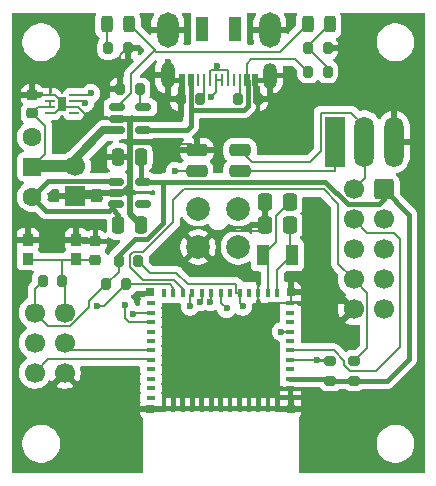
<source format=gbr>
%TF.GenerationSoftware,KiCad,Pcbnew,9.0.1*%
%TF.CreationDate,2025-05-28T08:33:00+02:00*%
%TF.ProjectId,tv25-cpu-small,74763235-2d63-4707-952d-736d616c6c2e,rev?*%
%TF.SameCoordinates,Original*%
%TF.FileFunction,Copper,L1,Top*%
%TF.FilePolarity,Positive*%
%FSLAX46Y46*%
G04 Gerber Fmt 4.6, Leading zero omitted, Abs format (unit mm)*
G04 Created by KiCad (PCBNEW 9.0.1) date 2025-05-28 08:33:00*
%MOMM*%
%LPD*%
G01*
G04 APERTURE LIST*
G04 Aperture macros list*
%AMRoundRect*
0 Rectangle with rounded corners*
0 $1 Rounding radius*
0 $2 $3 $4 $5 $6 $7 $8 $9 X,Y pos of 4 corners*
0 Add a 4 corners polygon primitive as box body*
4,1,4,$2,$3,$4,$5,$6,$7,$8,$9,$2,$3,0*
0 Add four circle primitives for the rounded corners*
1,1,$1+$1,$2,$3*
1,1,$1+$1,$4,$5*
1,1,$1+$1,$6,$7*
1,1,$1+$1,$8,$9*
0 Add four rect primitives between the rounded corners*
20,1,$1+$1,$2,$3,$4,$5,0*
20,1,$1+$1,$4,$5,$6,$7,0*
20,1,$1+$1,$6,$7,$8,$9,0*
20,1,$1+$1,$8,$9,$2,$3,0*%
%AMFreePoly0*
4,1,6,0.725000,-0.725000,-0.725000,-0.725000,-0.725000,0.125000,-0.125000,0.725000,0.725000,0.725000,0.725000,-0.725000,0.725000,-0.725000,$1*%
G04 Aperture macros list end*
%TA.AperFunction,ComponentPad*%
%ADD10C,2.000000*%
%TD*%
%TA.AperFunction,SMDPad,CuDef*%
%ADD11RoundRect,0.150000X-0.512500X-0.150000X0.512500X-0.150000X0.512500X0.150000X-0.512500X0.150000X0*%
%TD*%
%TA.AperFunction,SMDPad,CuDef*%
%ADD12RoundRect,0.250000X-0.337500X-0.475000X0.337500X-0.475000X0.337500X0.475000X-0.337500X0.475000X0*%
%TD*%
%TA.AperFunction,SMDPad,CuDef*%
%ADD13RoundRect,0.200000X-0.200000X-0.275000X0.200000X-0.275000X0.200000X0.275000X-0.200000X0.275000X0*%
%TD*%
%TA.AperFunction,ComponentPad*%
%ADD14C,1.700000*%
%TD*%
%TA.AperFunction,SMDPad,CuDef*%
%ADD15RoundRect,0.250000X-0.250000X-0.475000X0.250000X-0.475000X0.250000X0.475000X-0.250000X0.475000X0*%
%TD*%
%TA.AperFunction,SMDPad,CuDef*%
%ADD16RoundRect,0.200000X0.200000X0.275000X-0.200000X0.275000X-0.200000X-0.275000X0.200000X-0.275000X0*%
%TD*%
%TA.AperFunction,SMDPad,CuDef*%
%ADD17RoundRect,0.225000X0.250000X-0.225000X0.250000X0.225000X-0.250000X0.225000X-0.250000X-0.225000X0*%
%TD*%
%TA.AperFunction,SMDPad,CuDef*%
%ADD18RoundRect,0.250000X0.250000X0.475000X-0.250000X0.475000X-0.250000X-0.475000X0.250000X-0.475000X0*%
%TD*%
%TA.AperFunction,SMDPad,CuDef*%
%ADD19R,0.800000X0.400000*%
%TD*%
%TA.AperFunction,SMDPad,CuDef*%
%ADD20R,0.400000X0.800000*%
%TD*%
%TA.AperFunction,SMDPad,CuDef*%
%ADD21FreePoly0,180.000000*%
%TD*%
%TA.AperFunction,SMDPad,CuDef*%
%ADD22R,1.450000X1.450000*%
%TD*%
%TA.AperFunction,SMDPad,CuDef*%
%ADD23R,0.700000X0.700000*%
%TD*%
%TA.AperFunction,SMDPad,CuDef*%
%ADD24RoundRect,0.200000X0.275000X-0.200000X0.275000X0.200000X-0.275000X0.200000X-0.275000X-0.200000X0*%
%TD*%
%TA.AperFunction,SMDPad,CuDef*%
%ADD25R,0.900000X1.000000*%
%TD*%
%TA.AperFunction,SMDPad,CuDef*%
%ADD26RoundRect,0.243750X-0.243750X-0.456250X0.243750X-0.456250X0.243750X0.456250X-0.243750X0.456250X0*%
%TD*%
%TA.AperFunction,SMDPad,CuDef*%
%ADD27R,0.520000X1.000000*%
%TD*%
%TA.AperFunction,SMDPad,CuDef*%
%ADD28R,0.270000X1.000000*%
%TD*%
%TA.AperFunction,SMDPad,CuDef*%
%ADD29R,1.000000X2.000000*%
%TD*%
%TA.AperFunction,ComponentPad*%
%ADD30O,1.200000X2.200000*%
%TD*%
%TA.AperFunction,ComponentPad*%
%ADD31O,1.800000X3.000000*%
%TD*%
%TA.AperFunction,SMDPad,CuDef*%
%ADD32R,1.000000X1.800000*%
%TD*%
%TA.AperFunction,SMDPad,CuDef*%
%ADD33RoundRect,0.062500X-0.325000X-0.062500X0.325000X-0.062500X0.325000X0.062500X-0.325000X0.062500X0*%
%TD*%
%TA.AperFunction,HeatsinkPad*%
%ADD34R,0.800000X1.200000*%
%TD*%
%TA.AperFunction,SMDPad,CuDef*%
%ADD35RoundRect,0.250000X0.650000X0.250000X-0.650000X0.250000X-0.650000X-0.250000X0.650000X-0.250000X0*%
%TD*%
%TA.AperFunction,ComponentPad*%
%ADD36R,1.700000X4.300000*%
%TD*%
%TA.AperFunction,ComponentPad*%
%ADD37O,1.660000X4.300000*%
%TD*%
%TA.AperFunction,ComponentPad*%
%ADD38O,1.620000X4.300000*%
%TD*%
%TA.AperFunction,ComponentPad*%
%ADD39R,1.700000X1.700000*%
%TD*%
%TA.AperFunction,ComponentPad*%
%ADD40R,1.500000X1.500000*%
%TD*%
%TA.AperFunction,ComponentPad*%
%ADD41C,1.600000*%
%TD*%
%TA.AperFunction,ComponentPad*%
%ADD42RoundRect,0.250000X0.600000X0.600000X-0.600000X0.600000X-0.600000X-0.600000X0.600000X-0.600000X0*%
%TD*%
%TA.AperFunction,ViaPad*%
%ADD43C,0.600000*%
%TD*%
%TA.AperFunction,Conductor*%
%ADD44C,0.200000*%
%TD*%
%TA.AperFunction,Conductor*%
%ADD45C,0.400000*%
%TD*%
%TA.AperFunction,Conductor*%
%ADD46C,0.500000*%
%TD*%
%TA.AperFunction,Conductor*%
%ADD47C,1.000000*%
%TD*%
%TA.AperFunction,Conductor*%
%ADD48C,0.700000*%
%TD*%
G04 APERTURE END LIST*
D10*
%TO.P,SW4,*%
%TO.N,*%
X129700000Y-149090000D03*
X129700000Y-152340000D03*
%TO.P,SW4,1,1*%
%TO.N,/strap2*%
X126300000Y-149090000D03*
%TO.P,SW4,2,2*%
%TO.N,GND*%
X126300000Y-152340000D03*
%TD*%
D11*
%TO.P,U2,1,VIN*%
%TO.N,+3V8*%
X119350595Y-146800001D03*
%TO.P,U2,2,GND*%
%TO.N,GND*%
X119350595Y-147750001D03*
%TO.P,U2,3,CE*%
%TO.N,+3V8*%
X119350595Y-148700001D03*
%TO.P,U2,4,NC*%
%TO.N,unconnected-(U2-NC-Pad4)*%
X121625595Y-148700001D03*
%TO.P,U2,5,VOUT*%
%TO.N,+3V3*%
X121625595Y-146800001D03*
%TD*%
D12*
%TO.P,C5,1*%
%TO.N,GND*%
X131962500Y-150500000D03*
%TO.P,C5,2*%
%TO.N,Net-(U4-GPIO0{slash}ADC1_CH0{slash}XTAL_32K_P)*%
X134037500Y-150500000D03*
%TD*%
%TO.P,C6,1*%
%TO.N,GND*%
X131962500Y-148500000D03*
%TO.P,C6,2*%
%TO.N,Net-(U4-GPIO1{slash}ADC1_CH1{slash}XTAL_32K_N)*%
X134037500Y-148500000D03*
%TD*%
D13*
%TO.P,R8,1*%
%TO.N,Net-(J4-CC1)*%
X129675000Y-139827000D03*
%TO.P,R8,2*%
%TO.N,GND*%
X131325000Y-139827000D03*
%TD*%
D14*
%TO.P,J3,1,Pin_1*%
%TO.N,+3V3*%
X112460000Y-157920000D03*
%TO.P,J3,2,Pin_2*%
%TO.N,/en*%
X115000000Y-157920000D03*
%TO.P,J3,3,Pin_3*%
%TO.N,/scl{slash}flash*%
X112460000Y-160460000D03*
%TO.P,J3,4,Pin_4*%
%TO.N,/rx*%
X115000000Y-160460000D03*
%TO.P,J3,5,Pin_5*%
%TO.N,/tx*%
X112460000Y-163000000D03*
%TO.P,J3,6,Pin_6*%
%TO.N,GND*%
X115000000Y-163000000D03*
%TD*%
D13*
%TO.P,R10,1*%
%TO.N,+3V3*%
X119571000Y-153543000D03*
%TO.P,R10,2*%
%TO.N,/sda*%
X121221000Y-153543000D03*
%TD*%
D15*
%TO.P,C2,1*%
%TO.N,+3V8*%
X119538095Y-150500001D03*
%TO.P,C2,2*%
%TO.N,GND*%
X121438095Y-150500001D03*
%TD*%
D16*
%TO.P,R9,1*%
%TO.N,Net-(J4-CC2)*%
X126492000Y-139827000D03*
%TO.P,R9,2*%
%TO.N,GND*%
X124842000Y-139827000D03*
%TD*%
D17*
%TO.P,C1,1*%
%TO.N,+BATT*%
X112250000Y-141025000D03*
%TO.P,C1,2*%
%TO.N,GND*%
X112250000Y-139475000D03*
%TD*%
D11*
%TO.P,U1,1,STAT*%
%TO.N,Net-(D1-A)*%
X119385500Y-140528000D03*
%TO.P,U1,2,VSS*%
%TO.N,GND*%
X119385500Y-141478000D03*
%TO.P,U1,3,VBAT*%
%TO.N,+BATT*%
X119385500Y-142428000D03*
%TO.P,U1,4,VDD*%
%TO.N,+5V*%
X121660500Y-142428000D03*
%TO.P,U1,5,PROG*%
%TO.N,Net-(U1-PROG)*%
X121660500Y-140528000D03*
%TD*%
D18*
%TO.P,C3,1*%
%TO.N,+3V3*%
X121438095Y-144750001D03*
%TO.P,C3,2*%
%TO.N,GND*%
X119538095Y-144750001D03*
%TD*%
D19*
%TO.P,U4,1,GND*%
%TO.N,GND*%
X134100000Y-165100000D03*
%TO.P,U4,2,GND*%
X134100000Y-164300000D03*
%TO.P,U4,3,3V3*%
%TO.N,+3V3*%
X134100000Y-163500000D03*
%TO.P,U4,4,NC*%
%TO.N,unconnected-(U4-NC-Pad4)*%
X134100000Y-162700000D03*
%TO.P,U4,5,GPIO2/ADC1_CH2*%
%TO.N,/strap2*%
X134100000Y-161900000D03*
%TO.P,U4,6,GPIO3/ADC1_CH3*%
%TO.N,Net-(J2-Pin_4)*%
X134100000Y-161100000D03*
%TO.P,U4,7,NC*%
%TO.N,unconnected-(U4-NC-Pad7)*%
X134100000Y-160300000D03*
%TO.P,U4,8,EN/CHIP_PU*%
%TO.N,/en*%
X134100000Y-159500000D03*
%TO.P,U4,9,NC*%
%TO.N,unconnected-(U4-NC-Pad9)*%
X134100000Y-158700000D03*
%TO.P,U4,10,NC*%
%TO.N,unconnected-(U4-NC-Pad10)*%
X134100000Y-157900000D03*
%TO.P,U4,11,GND*%
%TO.N,GND*%
X134100000Y-157100000D03*
D20*
%TO.P,U4,12,GPIO0/ADC1_CH0/XTAL_32K_P*%
%TO.N,Net-(U4-GPIO0{slash}ADC1_CH0{slash}XTAL_32K_P)*%
X133000000Y-156200000D03*
%TO.P,U4,13,GPIO1/ADC1_CH1/XTAL_32K_N*%
%TO.N,Net-(U4-GPIO1{slash}ADC1_CH1{slash}XTAL_32K_N)*%
X132200000Y-156200000D03*
%TO.P,U4,14,GND*%
%TO.N,GND*%
X131400000Y-156200000D03*
%TO.P,U4,15,NC*%
%TO.N,unconnected-(U4-NC-Pad15)*%
X130600000Y-156200000D03*
%TO.P,U4,16,GPIO10*%
%TO.N,/sda*%
X129800000Y-156200000D03*
%TO.P,U4,17,NC*%
%TO.N,unconnected-(U4-NC-Pad17)*%
X129000000Y-156200000D03*
%TO.P,U4,18,GPIO4/ADC1_CH4*%
%TO.N,Net-(J2-Pin_5)*%
X128200000Y-156200000D03*
%TO.P,U4,19,GPIO5/ADC2_CH0*%
%TO.N,Net-(J2-Pin_6)*%
X127400000Y-156200000D03*
%TO.P,U4,20,GPIO6*%
%TO.N,Net-(J2-Pin_7)*%
X126600000Y-156200000D03*
%TO.P,U4,21,GPIO7*%
%TO.N,/pix*%
X125800000Y-156200000D03*
%TO.P,U4,22,GPIO8*%
%TO.N,/gpio_8*%
X125000000Y-156200000D03*
%TO.P,U4,23,GPIO9*%
%TO.N,/scl{slash}flash*%
X124200000Y-156200000D03*
%TO.P,U4,24,NC*%
%TO.N,unconnected-(U4-NC-Pad24)*%
X123400000Y-156200000D03*
D19*
%TO.P,U4,25,NC*%
%TO.N,unconnected-(U4-NC-Pad25)*%
X122300000Y-157100000D03*
%TO.P,U4,26,GPIO18/USB_D-*%
%TO.N,/usb-*%
X122300000Y-157900000D03*
%TO.P,U4,27,GPIO19/USB_D+*%
%TO.N,/usb+*%
X122300000Y-158700000D03*
%TO.P,U4,28,NC*%
%TO.N,unconnected-(U4-NC-Pad28)*%
X122300000Y-159500000D03*
%TO.P,U4,29,NC*%
%TO.N,unconnected-(U4-NC-Pad29)*%
X122300000Y-160300000D03*
%TO.P,U4,30,GPIO20/U0RXD*%
%TO.N,/rx*%
X122300000Y-161100000D03*
%TO.P,U4,31,GPIO21/U0TXD*%
%TO.N,/tx*%
X122300000Y-161900000D03*
%TO.P,U4,32,NC*%
%TO.N,unconnected-(U4-NC-Pad32)*%
X122300000Y-162700000D03*
%TO.P,U4,33,NC*%
%TO.N,unconnected-(U4-NC-Pad33)*%
X122300000Y-163500000D03*
%TO.P,U4,34,NC*%
%TO.N,unconnected-(U4-NC-Pad34)*%
X122300000Y-164300000D03*
%TO.P,U4,35,NC*%
%TO.N,unconnected-(U4-NC-Pad35)*%
X122300000Y-165100000D03*
D20*
%TO.P,U4,36,GND*%
%TO.N,GND*%
X123400000Y-166000000D03*
%TO.P,U4,37,GND*%
X124200000Y-166000000D03*
%TO.P,U4,38,GND*%
X125000000Y-166000000D03*
%TO.P,U4,39,GND*%
X125800000Y-166000000D03*
%TO.P,U4,40,GND*%
X126600000Y-166000000D03*
%TO.P,U4,41,GND*%
X127400000Y-166000000D03*
%TO.P,U4,42,GND*%
X128200000Y-166000000D03*
%TO.P,U4,43,GND*%
X129000000Y-166000000D03*
%TO.P,U4,44,GND*%
X129800000Y-166000000D03*
%TO.P,U4,45,GND*%
X130600000Y-166000000D03*
%TO.P,U4,46,GND*%
X131400000Y-166000000D03*
%TO.P,U4,47,GND*%
X132200000Y-166000000D03*
%TO.P,U4,48,GND*%
X133000000Y-166000000D03*
D21*
%TO.P,U4,49,GND*%
X130175000Y-163075000D03*
D22*
X130175000Y-161100000D03*
X130175000Y-159125000D03*
X128200000Y-163075000D03*
X128200000Y-161100000D03*
X128200000Y-159125000D03*
X126225000Y-163075000D03*
X126225000Y-161100000D03*
X126225000Y-159125000D03*
D23*
%TO.P,U4,50,GND*%
X122250000Y-166050000D03*
%TO.P,U4,51,GND*%
X122250000Y-156150000D03*
%TO.P,U4,52,GND*%
X134150000Y-156150000D03*
%TO.P,U4,53,GND*%
X134150000Y-166050000D03*
%TD*%
D13*
%TO.P,R4,1*%
%TO.N,+5V*%
X135600000Y-137500000D03*
%TO.P,R4,2*%
%TO.N,Net-(D2-A)*%
X137250000Y-137500000D03*
%TD*%
%TO.P,R3,1*%
%TO.N,+3V3*%
X113125000Y-155200000D03*
%TO.P,R3,2*%
%TO.N,/en*%
X114775000Y-155200000D03*
%TD*%
D16*
%TO.P,R1,1*%
%TO.N,Net-(U1-PROG)*%
X121348000Y-138978000D03*
%TO.P,R1,2*%
%TO.N,GND*%
X119698000Y-138978000D03*
%TD*%
D24*
%TO.P,R7,1*%
%TO.N,+3V3*%
X137500000Y-163660000D03*
%TO.P,R7,2*%
%TO.N,/strap2*%
X137500000Y-162010000D03*
%TD*%
D13*
%TO.P,R11,1*%
%TO.N,+3V3*%
X118500000Y-155500000D03*
%TO.P,R11,2*%
%TO.N,/scl{slash}flash*%
X120150000Y-155500000D03*
%TD*%
D24*
%TO.P,R6,1*%
%TO.N,+3V3*%
X139500000Y-163650000D03*
%TO.P,R6,2*%
%TO.N,/gpio_8*%
X139500000Y-162000000D03*
%TD*%
D25*
%TO.P,SW2,1,1*%
%TO.N,GND*%
X111869000Y-151727000D03*
X115969000Y-151727000D03*
%TO.P,SW2,2,2*%
%TO.N,/en*%
X111869000Y-153327000D03*
X115969000Y-153327000D03*
%TD*%
D13*
%TO.P,R2,1*%
%TO.N,Net-(D1-K)*%
X118675000Y-135500000D03*
%TO.P,R2,2*%
%TO.N,GND*%
X120325000Y-135500000D03*
%TD*%
%TO.P,R5,1*%
%TO.N,Net-(D2-A)*%
X135600000Y-135500000D03*
%TO.P,R5,2*%
%TO.N,GND*%
X137250000Y-135500000D03*
%TD*%
D26*
%TO.P,D1,1,K*%
%TO.N,Net-(D1-K)*%
X118562500Y-133500000D03*
%TO.P,D1,2,A*%
%TO.N,Net-(D1-A)*%
X120437500Y-133500000D03*
%TD*%
D27*
%TO.P,J4,A1,GND*%
%TO.N,GND*%
X131150000Y-138200000D03*
%TO.P,J4,A4,VBUS*%
%TO.N,+5V*%
X130400000Y-138200000D03*
D28*
%TO.P,J4,A5,CC1*%
%TO.N,Net-(J4-CC1)*%
X129800000Y-138200000D03*
%TO.P,J4,A6,D+*%
%TO.N,/usb+*%
X128300000Y-138200000D03*
%TO.P,J4,A7,D-*%
%TO.N,/usb-*%
X127300000Y-138200000D03*
%TO.P,J4,A8,SBU1*%
%TO.N,unconnected-(J4-SBU1-PadA8)*%
X126300000Y-138200000D03*
D27*
%TO.P,J4,A9,VBUS*%
%TO.N,+5V*%
X125700000Y-138200000D03*
%TO.P,J4,A12,GND*%
%TO.N,GND*%
X124950000Y-138200000D03*
D28*
%TO.P,J4,B5,CC2*%
%TO.N,Net-(J4-CC2)*%
X126800000Y-138200000D03*
%TO.P,J4,B6,D+*%
%TO.N,/usb+*%
X127800000Y-138200000D03*
%TO.P,J4,B7,D-*%
%TO.N,/usb-*%
X128800000Y-138200000D03*
%TO.P,J4,B8,SBU2*%
%TO.N,unconnected-(J4-SBU2-PadB8)*%
X129300000Y-138200000D03*
D29*
%TO.P,J4,MT*%
%TO.N,N/C*%
X129450000Y-133900000D03*
X126650000Y-133900000D03*
D30*
%TO.P,J4,S1,SHIELD*%
%TO.N,GND*%
X132370000Y-137825000D03*
D31*
X132370000Y-134000000D03*
D30*
X123730000Y-137800000D03*
D31*
X123730000Y-134000000D03*
%TD*%
D32*
%TO.P,Y1,1,1*%
%TO.N,Net-(U4-GPIO1{slash}ADC1_CH1{slash}XTAL_32K_N)*%
X131750000Y-153000000D03*
%TO.P,Y1,2,2*%
%TO.N,Net-(U4-GPIO0{slash}ADC1_CH0{slash}XTAL_32K_P)*%
X134250000Y-153000000D03*
%TD*%
D17*
%TO.P,C4,1*%
%TO.N,/en*%
X117602000Y-153429000D03*
%TO.P,C4,2*%
%TO.N,GND*%
X117602000Y-151879000D03*
%TD*%
D33*
%TO.P,U3,1,CTG*%
%TO.N,GND*%
X113775000Y-139500000D03*
%TO.P,U3,2,CELL*%
%TO.N,+BATT*%
X113775000Y-140000000D03*
%TO.P,U3,3,VDD*%
X113775000Y-140500000D03*
%TO.P,U3,4,GND*%
%TO.N,GND*%
X113775000Y-141000000D03*
%TO.P,U3,5,!ALRT*%
%TO.N,unconnected-(U3-!ALRT-Pad5)*%
X115750000Y-141000000D03*
%TO.P,U3,6,QSTRT*%
%TO.N,GND*%
X115750000Y-140500000D03*
%TO.P,U3,7,SCL*%
%TO.N,/scl{slash}flash*%
X115750000Y-140000000D03*
%TO.P,U3,8,SDA*%
%TO.N,/sda*%
X115750000Y-139500000D03*
D34*
%TO.P,U3,9,EP*%
%TO.N,GND*%
X114762500Y-140250000D03*
%TD*%
D35*
%TO.P,D4,1,DOUT*%
%TO.N,/pixout*%
X129840000Y-144144000D03*
%TO.P,D4,2,VSS*%
%TO.N,GND*%
X126200000Y-144144000D03*
%TO.P,D4,3,DIN*%
%TO.N,/pix*%
X126160000Y-145924000D03*
%TO.P,D4,4,VDD*%
%TO.N,+3V8*%
X129840000Y-145924000D03*
%TD*%
D36*
%TO.P,J11,1,Pin_1*%
%TO.N,+3V8*%
X137843000Y-143427500D03*
D37*
%TO.P,J11,2,Pin_2*%
%TO.N,/pixout*%
X140363000Y-143427500D03*
D38*
%TO.P,J11,3,Pin_3*%
%TO.N,GND*%
X142883000Y-143427500D03*
%TD*%
D26*
%TO.P,D2,1,K*%
%TO.N,Net-(D1-A)*%
X135562500Y-133500000D03*
%TO.P,D2,2,A*%
%TO.N,Net-(D2-A)*%
X137437500Y-133500000D03*
%TD*%
D39*
%TO.P,J1,1,Pin_1*%
%TO.N,GND*%
X115865000Y-148025000D03*
D14*
%TO.P,J1,2,Pin_2*%
%TO.N,+BATT*%
X115865000Y-145485000D03*
%TD*%
D40*
%TO.P,SW3,1,A*%
%TO.N,+BATT*%
X112250000Y-145540000D03*
D41*
%TO.P,SW3,2,B*%
%TO.N,+3V8*%
X112250000Y-148080000D03*
%TO.P,SW3,3,C*%
%TO.N,unconnected-(SW3-C-Pad3)*%
X112250000Y-143000000D03*
%TD*%
D42*
%TO.P,J2,1,Pin_1*%
%TO.N,+3V3*%
X142000000Y-147460000D03*
D14*
%TO.P,J2,2,Pin_2*%
%TO.N,/pixout*%
X139460000Y-147460000D03*
%TO.P,J2,3,Pin_3*%
%TO.N,/strap2*%
X142000000Y-150000000D03*
%TO.P,J2,4,Pin_4*%
%TO.N,Net-(J2-Pin_4)*%
X139460000Y-150000000D03*
%TO.P,J2,5,Pin_5*%
%TO.N,Net-(J2-Pin_5)*%
X142000000Y-152540000D03*
%TO.P,J2,6,Pin_6*%
%TO.N,Net-(J2-Pin_6)*%
X139460000Y-152540000D03*
%TO.P,J2,7,Pin_7*%
%TO.N,Net-(J2-Pin_7)*%
X142000000Y-155080000D03*
%TO.P,J2,8,Pin_8*%
%TO.N,/gpio_8*%
X139460000Y-155080000D03*
%TO.P,J2,9,Pin_9*%
%TO.N,unconnected-(J2-Pin_9-Pad9)*%
X142000000Y-157620000D03*
%TO.P,J2,10,Pin_10*%
%TO.N,GND*%
X139460000Y-157620000D03*
%TD*%
D43*
%TO.N,GND*%
X123317000Y-145796000D03*
X136144000Y-148590000D03*
X122697120Y-153177120D03*
X129800000Y-161417000D03*
X127127000Y-163703000D03*
X125222000Y-161798000D03*
X126225000Y-160655000D03*
X128200000Y-161671000D03*
X129800000Y-160020000D03*
X126225000Y-162560000D03*
X128200000Y-162687000D03*
X129800000Y-162814000D03*
X126111000Y-159004000D03*
X121666000Y-156337000D03*
%TO.N,/en*%
X133350000Y-159512000D03*
%TO.N,/pix*%
X124333000Y-145923000D03*
X125603000Y-157353000D03*
%TO.N,Net-(J2-Pin_5)*%
X128701404Y-157546316D03*
%TO.N,Net-(J2-Pin_7)*%
X126492000Y-156972000D03*
%TO.N,/strap2*%
X136398000Y-161900000D03*
%TO.N,Net-(J2-Pin_6)*%
X127336923Y-156972000D03*
%TO.N,/scl{slash}flash*%
X116713000Y-140150000D03*
X117729000Y-157353000D03*
%TO.N,/usb-*%
X120777000Y-158050000D03*
X127889000Y-137033000D03*
%TO.N,/usb+*%
X120127000Y-157226000D03*
X127414260Y-139636500D03*
%TO.N,/sda*%
X130063120Y-157368120D03*
X117221000Y-139319000D03*
%TD*%
D44*
%TO.N,Net-(J2-Pin_4)*%
X139460000Y-150000000D02*
X140611000Y-151151000D01*
X142854000Y-151151000D02*
X143383000Y-151680000D01*
X137779064Y-161100000D02*
X134100000Y-161100000D01*
X143383000Y-151680000D02*
X143383000Y-160782000D01*
X140611000Y-151151000D02*
X142854000Y-151151000D01*
X138684000Y-162373064D02*
X138684000Y-162004936D01*
X143383000Y-160782000D02*
X141351000Y-162814000D01*
X141351000Y-162814000D02*
X139124936Y-162814000D01*
X139124936Y-162814000D02*
X138684000Y-162373064D01*
X138684000Y-162004936D02*
X137779064Y-161100000D01*
%TO.N,/gpio_8*%
X124179000Y-148363000D02*
X124179000Y-150268000D01*
X138176000Y-153796000D02*
X138176000Y-148717000D01*
X136933000Y-147474000D02*
X125068000Y-147474000D01*
X139460000Y-155080000D02*
X138176000Y-153796000D01*
X120520000Y-153054936D02*
X120520000Y-154031064D01*
X125068000Y-147474000D02*
X124179000Y-148363000D01*
X124179000Y-150268000D02*
X121657032Y-152789968D01*
X138176000Y-148717000D02*
X136933000Y-147474000D01*
X124238000Y-155099000D02*
X125000000Y-155861000D01*
X121657032Y-152789968D02*
X121634064Y-152767000D01*
X121634064Y-152767000D02*
X120807936Y-152767000D01*
X120807936Y-152767000D02*
X120520000Y-153054936D01*
X120520000Y-154031064D02*
X121587936Y-155099000D01*
X121587936Y-155099000D02*
X124238000Y-155099000D01*
X125000000Y-155861000D02*
X125000000Y-156200000D01*
%TO.N,GND*%
X131400000Y-156200000D02*
X131400000Y-155022000D01*
X131400000Y-155022000D02*
X130556000Y-154178000D01*
X130556000Y-154178000D02*
X128138000Y-154178000D01*
X128138000Y-154178000D02*
X126300000Y-152340000D01*
%TO.N,/sda*%
X121221000Y-153543000D02*
X122237000Y-154559000D01*
X122237000Y-154559000D02*
X124460000Y-154559000D01*
X124460000Y-154559000D02*
X125400000Y-155499000D01*
X125400000Y-155499000D02*
X129501000Y-155499000D01*
X129501000Y-155499000D02*
X129501000Y-156200000D01*
X129501000Y-156200000D02*
X129800000Y-156200000D01*
%TO.N,+3V3*%
X118500000Y-155500000D02*
X117094000Y-156906000D01*
X117094000Y-156906000D02*
X117094000Y-157453760D01*
X117094000Y-157453760D02*
X115476760Y-159071000D01*
X115476760Y-159071000D02*
X113611000Y-159071000D01*
X113611000Y-159071000D02*
X112460000Y-157920000D01*
%TO.N,/scl{slash}flash*%
X118297000Y-157353000D02*
X117729000Y-157353000D01*
X120150000Y-155500000D02*
X118297000Y-157353000D01*
D45*
%TO.N,+3V3*%
X125233420Y-146825000D02*
X127086580Y-146825000D01*
X134663267Y-146820000D02*
X134668266Y-146825000D01*
X130766580Y-146825000D02*
X130771580Y-146820000D01*
X125228420Y-146820000D02*
X125233420Y-146825000D01*
X141599000Y-148711000D02*
X142000000Y-148310000D01*
X127091580Y-146820000D02*
X128908420Y-146820000D01*
X123317000Y-146825000D02*
X123322000Y-146820000D01*
X127086580Y-146825000D02*
X127091580Y-146820000D01*
X123322000Y-146820000D02*
X125228420Y-146820000D01*
X128908420Y-146820000D02*
X128913420Y-146825000D01*
X128913420Y-146825000D02*
X130766580Y-146825000D01*
X137055818Y-146825000D02*
X138941818Y-148711000D01*
X130771580Y-146820000D02*
X134663267Y-146820000D01*
X134668266Y-146825000D02*
X137055818Y-146825000D01*
X138941818Y-148711000D02*
X141599000Y-148711000D01*
X142000000Y-148310000D02*
X142000000Y-147460000D01*
D44*
%TO.N,/pixout*%
X129840000Y-144144000D02*
X130857000Y-145161000D01*
X135763000Y-145161000D02*
X136692000Y-144232000D01*
X139232000Y-140976500D02*
X140383000Y-142127500D01*
X130857000Y-145161000D02*
X135763000Y-145161000D01*
X136692000Y-144232000D02*
X136692000Y-140976500D01*
X136692000Y-140976500D02*
X139232000Y-140976500D01*
%TO.N,+3V8*%
X129840000Y-145924000D02*
X137843000Y-145924000D01*
X137843000Y-145924000D02*
X137843000Y-142127500D01*
D45*
%TO.N,+3V3*%
X122313093Y-146825000D02*
X123317000Y-146825000D01*
X123317000Y-146825000D02*
X123317000Y-150273676D01*
X123317000Y-150273676D02*
X121964675Y-151626001D01*
X121964675Y-151626001D02*
X120979693Y-151626001D01*
X120979693Y-151626001D02*
X119571000Y-153034694D01*
X119571000Y-153034694D02*
X119571000Y-153543000D01*
D44*
%TO.N,/usb+*%
X120127000Y-158343452D02*
X120127000Y-157226000D01*
X120483548Y-158700000D02*
X120127000Y-158343452D01*
X122300000Y-158700000D02*
X120483548Y-158700000D01*
%TO.N,Net-(J2-Pin_5)*%
X128200000Y-157044912D02*
X128701404Y-157546316D01*
X128200000Y-156200000D02*
X128200000Y-157044912D01*
%TO.N,GND*%
X129800000Y-161417000D02*
X129800000Y-162814000D01*
X126225000Y-160655000D02*
X126225000Y-162560000D01*
X128200000Y-161671000D02*
X128200000Y-162687000D01*
X129800000Y-160020000D02*
X129800000Y-161417000D01*
X126225000Y-162560000D02*
X126225000Y-163075000D01*
X128200000Y-162687000D02*
X128200000Y-163075000D01*
X129800000Y-162814000D02*
X129800000Y-166000000D01*
%TO.N,Net-(J4-CC1)*%
X129800000Y-138200000D02*
X129800000Y-139702000D01*
X129800000Y-139702000D02*
X129675000Y-139827000D01*
%TO.N,Net-(J4-CC2)*%
X126492000Y-139827000D02*
X126800000Y-139519000D01*
X126800000Y-139519000D02*
X126800000Y-138200000D01*
D46*
%TO.N,GND*%
X115865000Y-148025000D02*
X116139999Y-147750001D01*
D44*
X130175000Y-159385000D02*
X129800000Y-159760000D01*
D45*
X124950000Y-138200000D02*
X124130000Y-138200000D01*
D46*
X120489095Y-147667095D02*
X120489095Y-149551001D01*
X120487095Y-143637000D02*
X120487095Y-142783905D01*
D44*
X126225000Y-159118000D02*
X126225000Y-160655000D01*
X117131298Y-141478000D02*
X118110000Y-141478000D01*
D46*
X120523000Y-142748000D02*
X120523000Y-141478000D01*
X120487095Y-147665095D02*
X120489095Y-147667095D01*
D44*
X126111000Y-159004000D02*
X126225000Y-159118000D01*
D46*
X119385500Y-141478000D02*
X118999000Y-141478000D01*
D44*
X115000000Y-163000000D02*
X116078000Y-164078000D01*
X134100000Y-157100000D02*
X132200000Y-157100000D01*
X115012500Y-140500000D02*
X114762500Y-140250000D01*
X126200000Y-144144000D02*
X125693000Y-143637000D01*
D46*
X119917195Y-147750001D02*
X120487095Y-147180101D01*
X119538095Y-144750001D02*
X120457096Y-144750001D01*
D44*
X117796000Y-166050000D02*
X122250000Y-166050000D01*
X116153298Y-140500000D02*
X117131298Y-141478000D01*
D46*
X120487095Y-142783905D02*
X120523000Y-142748000D01*
D44*
X131962500Y-150500000D02*
X131446500Y-151016000D01*
D45*
X131150000Y-139652000D02*
X131325000Y-139827000D01*
D44*
X113775000Y-139500000D02*
X114178298Y-139500000D01*
X118237000Y-141351000D02*
X118110000Y-141478000D01*
X134150000Y-156150000D02*
X134150000Y-157050000D01*
D46*
X119385500Y-141478000D02*
X120523000Y-141478000D01*
D45*
X131150000Y-138200000D02*
X131150000Y-139652000D01*
D44*
X134100000Y-164300000D02*
X134100000Y-166000000D01*
X131400000Y-156200000D02*
X131400000Y-157900000D01*
D46*
X119350595Y-147750001D02*
X119917195Y-147750001D01*
D44*
X126225000Y-159125000D02*
X126225000Y-163075000D01*
X115951000Y-164205000D02*
X117796000Y-166050000D01*
X125693000Y-143637000D02*
X120487095Y-143637000D01*
X118110000Y-141478000D02*
X119385500Y-141478000D01*
X122250000Y-156150000D02*
X121853000Y-156150000D01*
D46*
X120487095Y-144780000D02*
X120487095Y-143637000D01*
D44*
X131400000Y-157900000D02*
X130175000Y-159125000D01*
D46*
X120487095Y-147180101D02*
X120487095Y-147665095D01*
D44*
X114178298Y-139500000D02*
X114762500Y-140084202D01*
X114762500Y-140084202D02*
X114762500Y-140250000D01*
D46*
X116139999Y-147750001D02*
X119350595Y-147750001D01*
D44*
X134100000Y-157100000D02*
X134150000Y-157050000D01*
D46*
X120487095Y-147180101D02*
X120487095Y-144780000D01*
D45*
X124950000Y-139719000D02*
X124842000Y-139827000D01*
D44*
X127624000Y-151016000D02*
X126300000Y-152340000D01*
X138890000Y-157050000D02*
X139460000Y-157620000D01*
X118237000Y-137287000D02*
X118237000Y-141351000D01*
D46*
X120489095Y-149551001D02*
X121438095Y-150500001D01*
D44*
X122250000Y-166050000D02*
X134150000Y-166050000D01*
D46*
X124842000Y-141223000D02*
X124842000Y-139827000D01*
D44*
X113750000Y-139475000D02*
X113775000Y-139500000D01*
X130175000Y-159125000D02*
X130175000Y-159385000D01*
X113775000Y-141000000D02*
X114178298Y-141000000D01*
D45*
X131150000Y-138200000D02*
X131995000Y-138200000D01*
D44*
X134100000Y-166000000D02*
X134150000Y-166050000D01*
D45*
X124130000Y-138200000D02*
X123730000Y-137800000D01*
X131995000Y-138200000D02*
X132370000Y-137825000D01*
X124950000Y-138200000D02*
X124950000Y-139719000D01*
D44*
X116078000Y-164078000D02*
X115951000Y-164205000D01*
X115750000Y-140500000D02*
X116153298Y-140500000D01*
X119698000Y-136127000D02*
X120325000Y-135500000D01*
X119698000Y-137287000D02*
X118237000Y-137287000D01*
X115750000Y-140500000D02*
X115012500Y-140500000D01*
X126225000Y-159125000D02*
X130175000Y-159125000D01*
X131962500Y-148500000D02*
X131962500Y-150500000D01*
X131446500Y-151016000D02*
X127624000Y-151016000D01*
X114178298Y-141000000D02*
X114762500Y-140415798D01*
X119698000Y-138978000D02*
X119698000Y-137287000D01*
X129800000Y-159760000D02*
X129800000Y-160020000D01*
X121853000Y-156150000D02*
X121666000Y-156337000D01*
X128200000Y-159125000D02*
X128200000Y-161671000D01*
X119698000Y-137287000D02*
X119698000Y-136127000D01*
D46*
X120457096Y-144750001D02*
X120487095Y-144780000D01*
D44*
X132200000Y-157100000D02*
X131400000Y-157900000D01*
X112250000Y-139475000D02*
X113750000Y-139475000D01*
D46*
X120523000Y-141478000D02*
X124587000Y-141478000D01*
D44*
X134150000Y-157050000D02*
X138890000Y-157050000D01*
X114762500Y-140415798D02*
X114762500Y-140250000D01*
D46*
X124587000Y-141478000D02*
X124842000Y-141223000D01*
D47*
%TO.N,+BATT*%
X115865000Y-145485000D02*
X112305000Y-145485000D01*
D44*
X112250000Y-141025000D02*
X112775000Y-140500000D01*
D48*
X115865000Y-145485000D02*
X115865000Y-144866000D01*
D44*
X113351000Y-142126000D02*
X113351000Y-144439000D01*
X113775000Y-140000000D02*
X113775000Y-140500000D01*
X113351000Y-144439000D02*
X112250000Y-145540000D01*
D48*
X115865000Y-144866000D02*
X118252000Y-142479000D01*
D47*
X112305000Y-145485000D02*
X112250000Y-145540000D01*
D48*
X118252000Y-142479000D02*
X119385500Y-142479000D01*
D44*
X112775000Y-140500000D02*
X113775000Y-140500000D01*
X112250000Y-141025000D02*
X113351000Y-142126000D01*
D45*
%TO.N,+3V8*%
X113446000Y-149276000D02*
X112250000Y-148080000D01*
X119538095Y-150500001D02*
X119538095Y-149637095D01*
X118774596Y-149276000D02*
X113446000Y-149276000D01*
X113556000Y-146774000D02*
X112250000Y-148080000D01*
X119350595Y-146800001D02*
X119324594Y-146774000D01*
X119538095Y-149637095D02*
X118975798Y-149074798D01*
X119350595Y-148700001D02*
X118975798Y-149074798D01*
X118975798Y-149074798D02*
X118774596Y-149276000D01*
X119324594Y-146774000D02*
X113556000Y-146774000D01*
%TO.N,+3V3*%
X144145000Y-161798000D02*
X142283000Y-163660000D01*
X137340000Y-163500000D02*
X137500000Y-163660000D01*
X121438095Y-144750001D02*
X121438095Y-146612501D01*
D44*
X119571000Y-154429000D02*
X118500000Y-155500000D01*
D45*
X121625595Y-146800001D02*
X122288094Y-146800001D01*
X142000000Y-147460000D02*
X144145000Y-149605000D01*
X134100000Y-163500000D02*
X137340000Y-163500000D01*
D44*
X119571000Y-153543000D02*
X119571000Y-154429000D01*
D45*
X144145000Y-149605000D02*
X144145000Y-161798000D01*
X122288094Y-146800001D02*
X122313093Y-146825000D01*
X121438095Y-146612501D02*
X121625595Y-146800001D01*
D44*
X112460000Y-157920000D02*
X112460000Y-155865000D01*
X112460000Y-155865000D02*
X113125000Y-155200000D01*
D45*
X142283000Y-163660000D02*
X137500000Y-163660000D01*
D44*
%TO.N,/en*%
X117602000Y-153429000D02*
X114808000Y-153429000D01*
X114808000Y-153429000D02*
X114808000Y-153670000D01*
X111971000Y-153429000D02*
X111869000Y-153327000D01*
X114775000Y-153703000D02*
X114775000Y-155200000D01*
X133350000Y-159512000D02*
X134088000Y-159512000D01*
X115000000Y-155425000D02*
X114775000Y-155200000D01*
X115000000Y-157920000D02*
X115000000Y-155425000D01*
X114808000Y-153429000D02*
X111971000Y-153429000D01*
X114808000Y-153670000D02*
X114775000Y-153703000D01*
X134088000Y-159512000D02*
X134100000Y-159500000D01*
%TO.N,Net-(U4-GPIO0{slash}ADC1_CH0{slash}XTAL_32K_P)*%
X133000000Y-154250000D02*
X134250000Y-153000000D01*
X134037500Y-152787500D02*
X134250000Y-153000000D01*
X133000000Y-156200000D02*
X133000000Y-154250000D01*
X134037500Y-150500000D02*
X134037500Y-152787500D01*
%TO.N,Net-(U4-GPIO1{slash}ADC1_CH1{slash}XTAL_32K_N)*%
X134037500Y-148500000D02*
X132851000Y-149686500D01*
X131750000Y-153000000D02*
X132200000Y-153450000D01*
X132851000Y-149686500D02*
X132851000Y-151899000D01*
X132200000Y-153450000D02*
X132200000Y-156200000D01*
X132851000Y-151899000D02*
X131750000Y-153000000D01*
%TO.N,Net-(D1-A)*%
X120647000Y-139266500D02*
X120647000Y-137671000D01*
X119385500Y-140528000D02*
X120647000Y-139266500D01*
X122738500Y-135801000D02*
X122627750Y-135690250D01*
X135562500Y-133500000D02*
X133261500Y-135801000D01*
X133261500Y-135801000D02*
X122738500Y-135801000D01*
X120647000Y-137671000D02*
X122627750Y-135690250D01*
X122627750Y-135690250D02*
X120437500Y-133500000D01*
%TO.N,Net-(D1-K)*%
X118562500Y-133500000D02*
X118562500Y-135387500D01*
X118562500Y-135387500D02*
X118675000Y-135500000D01*
%TO.N,Net-(D2-A)*%
X135600000Y-135500000D02*
X135600000Y-135337500D01*
X137250000Y-137150000D02*
X135600000Y-135500000D01*
X137250000Y-137500000D02*
X137250000Y-137150000D01*
X135600000Y-135337500D02*
X137437500Y-133500000D01*
%TO.N,/pix*%
X125603000Y-156397000D02*
X125800000Y-156200000D01*
X125603000Y-157353000D02*
X125603000Y-156397000D01*
X126160000Y-145924000D02*
X124334000Y-145924000D01*
X124334000Y-145924000D02*
X124333000Y-145923000D01*
%TO.N,/pixout*%
X140383000Y-146537000D02*
X140383000Y-142127500D01*
X139460000Y-147460000D02*
X140383000Y-146537000D01*
%TO.N,/gpio_8*%
X140611000Y-156231000D02*
X140611000Y-160889000D01*
X139460000Y-155080000D02*
X140611000Y-156231000D01*
X140611000Y-160889000D02*
X139500000Y-162000000D01*
%TO.N,Net-(J2-Pin_7)*%
X126600000Y-156200000D02*
X126600000Y-156864000D01*
X126600000Y-156864000D02*
X126492000Y-156972000D01*
%TO.N,/strap2*%
X137500000Y-162010000D02*
X137329000Y-162010000D01*
X136508000Y-162010000D02*
X136398000Y-161900000D01*
X137500000Y-162010000D02*
X136508000Y-162010000D01*
X137329000Y-162010000D02*
X137219000Y-161900000D01*
X137219000Y-161900000D02*
X134100000Y-161900000D01*
%TO.N,Net-(J2-Pin_6)*%
X127400000Y-156200000D02*
X127400000Y-156908923D01*
X127400000Y-156908923D02*
X127336923Y-156972000D01*
%TO.N,/rx*%
X115640000Y-161100000D02*
X122300000Y-161100000D01*
X115000000Y-160460000D02*
X115640000Y-161100000D01*
%TO.N,/tx*%
X113611000Y-161849000D02*
X112460000Y-163000000D01*
X122249000Y-161849000D02*
X113611000Y-161849000D01*
X122300000Y-161900000D02*
X122249000Y-161849000D01*
%TO.N,/scl{slash}flash*%
X123902000Y-155500000D02*
X124200000Y-155798000D01*
X116563000Y-140000000D02*
X116713000Y-140150000D01*
X120150000Y-155500000D02*
X123902000Y-155500000D01*
X124200000Y-155798000D02*
X124200000Y-156200000D01*
X115750000Y-140000000D02*
X116563000Y-140000000D01*
%TO.N,/usb-*%
X128736000Y-137399000D02*
X128800000Y-137463000D01*
X127300000Y-137463000D02*
X127364000Y-137399000D01*
X127889000Y-137399000D02*
X128736000Y-137399000D01*
X122300000Y-157900000D02*
X120927000Y-157900000D01*
X127889000Y-137399000D02*
X127889000Y-137033000D01*
X127364000Y-137399000D02*
X127889000Y-137399000D01*
X128800000Y-137463000D02*
X128800000Y-138200000D01*
X120927000Y-157900000D02*
X120777000Y-158050000D01*
X127300000Y-138200000D02*
X127300000Y-137463000D01*
%TO.N,/usb+*%
X127800000Y-139250760D02*
X127414260Y-139636500D01*
X127800000Y-138200000D02*
X128300000Y-138200000D01*
X127800000Y-138200000D02*
X127800000Y-139250760D01*
D45*
%TO.N,+5V*%
X130489000Y-140391484D02*
X130489000Y-138289000D01*
X130489000Y-138289000D02*
X130400000Y-138200000D01*
D44*
X130805347Y-136424000D02*
X130400000Y-136829347D01*
X130400000Y-136829347D02*
X130400000Y-138200000D01*
D45*
X130164484Y-140716000D02*
X130489000Y-140391484D01*
X125337000Y-142428000D02*
X121660500Y-142428000D01*
X125691000Y-138209000D02*
X125691000Y-140716000D01*
X125691000Y-140716000D02*
X125691000Y-142074000D01*
D44*
X135600000Y-137500000D02*
X134524000Y-136424000D01*
X134524000Y-136424000D02*
X130805347Y-136424000D01*
D45*
X125691000Y-142074000D02*
X125337000Y-142428000D01*
X125691000Y-140716000D02*
X130164484Y-140716000D01*
X125700000Y-138200000D02*
X125691000Y-138209000D01*
D44*
%TO.N,Net-(U1-PROG)*%
X121348000Y-138978000D02*
X121348000Y-140215500D01*
X121348000Y-140215500D02*
X121660500Y-140528000D01*
%TO.N,/sda*%
X117040000Y-139500000D02*
X117221000Y-139319000D01*
X115750000Y-139500000D02*
X117040000Y-139500000D01*
X129800000Y-157105000D02*
X130063120Y-157368120D01*
X129800000Y-156200000D02*
X129800000Y-157105000D01*
%TD*%
%TA.AperFunction,Conductor*%
%TO.N,GND*%
G36*
X117624255Y-132520185D02*
G01*
X117670010Y-132572989D01*
X117679954Y-132642147D01*
X117662755Y-132689597D01*
X117639639Y-132727072D01*
X117639637Y-132727077D01*
X117584913Y-132892223D01*
X117574500Y-132994144D01*
X117574500Y-134005855D01*
X117584913Y-134107776D01*
X117639637Y-134272922D01*
X117639642Y-134272933D01*
X117730971Y-134420999D01*
X117730974Y-134421003D01*
X117853997Y-134544026D01*
X117903097Y-134574311D01*
X117909919Y-134581896D01*
X117919203Y-134586136D01*
X117932890Y-134607434D01*
X117949821Y-134626257D01*
X117952465Y-134637893D01*
X117956977Y-134644914D01*
X117962000Y-134679849D01*
X117962000Y-134695980D01*
X117942315Y-134763019D01*
X117925681Y-134783661D01*
X117919531Y-134789810D01*
X117919530Y-134789811D01*
X117831522Y-134935393D01*
X117780913Y-135097807D01*
X117774500Y-135168386D01*
X117774500Y-135831613D01*
X117780913Y-135902192D01*
X117780913Y-135902194D01*
X117780914Y-135902196D01*
X117831522Y-136064606D01*
X117913058Y-136199483D01*
X117919530Y-136210188D01*
X118039811Y-136330469D01*
X118039813Y-136330470D01*
X118039815Y-136330472D01*
X118185394Y-136418478D01*
X118347804Y-136469086D01*
X118418384Y-136475500D01*
X118418387Y-136475500D01*
X118931613Y-136475500D01*
X118931616Y-136475500D01*
X119002196Y-136469086D01*
X119164606Y-136418478D01*
X119310185Y-136330472D01*
X119412673Y-136227983D01*
X119473994Y-136194499D01*
X119543685Y-136199483D01*
X119588034Y-136227984D01*
X119690122Y-136330072D01*
X119835604Y-136418019D01*
X119835603Y-136418019D01*
X119997894Y-136468590D01*
X119997893Y-136468590D01*
X120068408Y-136474998D01*
X120068426Y-136474999D01*
X120074999Y-136474998D01*
X120075000Y-136474998D01*
X120075000Y-135624000D01*
X120094685Y-135556961D01*
X120147489Y-135511206D01*
X120199000Y-135500000D01*
X120325000Y-135500000D01*
X120325000Y-135374000D01*
X120344685Y-135306961D01*
X120397489Y-135261206D01*
X120449000Y-135250000D01*
X121250811Y-135250000D01*
X121255274Y-135247563D01*
X121324966Y-135252547D01*
X121369313Y-135281048D01*
X121690833Y-135602568D01*
X121724318Y-135663891D01*
X121719334Y-135733583D01*
X121690833Y-135777930D01*
X121416766Y-136051996D01*
X121355443Y-136085481D01*
X121285751Y-136080497D01*
X121229818Y-136038625D01*
X121205401Y-135973161D01*
X121210701Y-135927421D01*
X121218590Y-135902104D01*
X121225000Y-135831572D01*
X121225000Y-135750000D01*
X120575000Y-135750000D01*
X120575000Y-136474999D01*
X120581581Y-136474999D01*
X120652102Y-136468591D01*
X120652104Y-136468591D01*
X120677422Y-136460702D01*
X120747283Y-136459550D01*
X120806676Y-136496350D01*
X120836744Y-136559419D01*
X120827942Y-136628732D01*
X120801995Y-136666768D01*
X120278286Y-137190478D01*
X120166481Y-137302282D01*
X120166480Y-137302284D01*
X120120581Y-137381784D01*
X120087423Y-137439215D01*
X120046499Y-137591943D01*
X120046499Y-137591945D01*
X120046499Y-137760046D01*
X120046500Y-137760059D01*
X120046500Y-137879000D01*
X120026815Y-137946039D01*
X119974011Y-137991794D01*
X119955089Y-137995910D01*
X119948000Y-138003000D01*
X119948000Y-138854000D01*
X119928315Y-138921039D01*
X119875511Y-138966794D01*
X119824000Y-138978000D01*
X119698000Y-138978000D01*
X119698000Y-139104000D01*
X119678315Y-139171039D01*
X119625511Y-139216794D01*
X119574000Y-139228000D01*
X118798001Y-139228000D01*
X118798001Y-139309582D01*
X118804408Y-139380102D01*
X118804409Y-139380107D01*
X118854981Y-139542398D01*
X118854982Y-139542401D01*
X118855933Y-139543973D01*
X118856277Y-139545276D01*
X118858060Y-139549238D01*
X118857401Y-139549534D01*
X118873765Y-139611529D01*
X118852243Y-139678001D01*
X118798200Y-139722285D01*
X118772100Y-139730097D01*
X118770427Y-139730402D01*
X118612606Y-139776254D01*
X118612603Y-139776255D01*
X118471137Y-139859917D01*
X118471129Y-139859923D01*
X118354923Y-139976129D01*
X118354917Y-139976137D01*
X118271255Y-140117603D01*
X118271254Y-140117606D01*
X118225402Y-140275426D01*
X118225401Y-140275432D01*
X118222500Y-140312298D01*
X118222500Y-140743701D01*
X118225401Y-140780567D01*
X118225402Y-140780573D01*
X118271254Y-140938393D01*
X118271256Y-140938399D01*
X118272426Y-140940377D01*
X118272869Y-140942126D01*
X118274353Y-140945554D01*
X118273799Y-140945793D01*
X118289603Y-141008102D01*
X118274249Y-141060395D01*
X118274817Y-141060641D01*
X118272827Y-141065239D01*
X118272428Y-141066599D01*
X118271722Y-141067791D01*
X118271716Y-141067806D01*
X118225900Y-141225505D01*
X118225899Y-141225511D01*
X118225704Y-141227998D01*
X118225705Y-141228000D01*
X118491185Y-141228000D01*
X118554306Y-141245268D01*
X118612602Y-141279744D01*
X118654224Y-141291836D01*
X118770426Y-141325597D01*
X118770429Y-141325597D01*
X118770431Y-141325598D01*
X118807306Y-141328500D01*
X118807314Y-141328500D01*
X119963686Y-141328500D01*
X119963694Y-141328500D01*
X120000569Y-141325598D01*
X120000571Y-141325597D01*
X120000573Y-141325597D01*
X120042191Y-141313505D01*
X120158398Y-141279744D01*
X120216694Y-141245268D01*
X120279815Y-141228000D01*
X120545294Y-141228000D01*
X120569557Y-141201752D01*
X120629518Y-141165885D01*
X120699352Y-141168129D01*
X120739012Y-141192530D01*
X120739969Y-141191298D01*
X120746132Y-141196078D01*
X120746135Y-141196081D01*
X120887602Y-141279744D01*
X120929224Y-141291836D01*
X121045426Y-141325597D01*
X121045429Y-141325597D01*
X121045431Y-141325598D01*
X121082306Y-141328500D01*
X121082314Y-141328500D01*
X122238686Y-141328500D01*
X122238694Y-141328500D01*
X122275569Y-141325598D01*
X122275571Y-141325597D01*
X122275573Y-141325597D01*
X122317191Y-141313505D01*
X122433398Y-141279744D01*
X122574865Y-141196081D01*
X122691081Y-141079865D01*
X122774744Y-140938398D01*
X122810952Y-140813769D01*
X122820597Y-140780573D01*
X122820598Y-140780567D01*
X122822874Y-140751647D01*
X122823500Y-140743694D01*
X122823500Y-140312306D01*
X122820598Y-140275431D01*
X122786650Y-140158582D01*
X123942001Y-140158582D01*
X123948408Y-140229102D01*
X123948409Y-140229107D01*
X123998981Y-140391396D01*
X124086927Y-140536877D01*
X124207122Y-140657072D01*
X124352604Y-140745019D01*
X124352603Y-140745019D01*
X124514894Y-140795590D01*
X124514893Y-140795590D01*
X124585408Y-140801998D01*
X124585426Y-140801999D01*
X124591999Y-140801998D01*
X124592000Y-140801998D01*
X124592000Y-140077000D01*
X123942001Y-140077000D01*
X123942001Y-140158582D01*
X122786650Y-140158582D01*
X122774744Y-140117602D01*
X122691081Y-139976135D01*
X122691079Y-139976133D01*
X122691076Y-139976129D01*
X122574870Y-139859923D01*
X122574862Y-139859917D01*
X122433396Y-139776255D01*
X122433393Y-139776254D01*
X122275565Y-139730400D01*
X122274424Y-139730192D01*
X122273845Y-139729900D01*
X122269485Y-139728634D01*
X122269720Y-139727824D01*
X122212015Y-139698778D01*
X122176497Y-139638609D01*
X122179148Y-139568790D01*
X122190594Y-139544066D01*
X122191478Y-139542606D01*
X122242086Y-139380196D01*
X122248500Y-139309616D01*
X122248500Y-138646384D01*
X122242086Y-138575804D01*
X122191478Y-138413394D01*
X122103472Y-138267815D01*
X122103470Y-138267813D01*
X122103469Y-138267811D01*
X121983188Y-138147530D01*
X121955854Y-138131006D01*
X121837606Y-138059522D01*
X121675196Y-138008914D01*
X121675194Y-138008913D01*
X121675192Y-138008913D01*
X121625778Y-138004423D01*
X121604616Y-138002500D01*
X121604613Y-138002500D01*
X121464097Y-138002500D01*
X121397058Y-137982815D01*
X121351303Y-137930011D01*
X121341359Y-137860853D01*
X121370384Y-137797297D01*
X121376416Y-137790819D01*
X122000020Y-137167215D01*
X122595085Y-136572149D01*
X122656407Y-136538666D01*
X122726099Y-136543650D01*
X122782032Y-136585522D01*
X122806449Y-136650986D01*
X122791597Y-136719259D01*
X122789487Y-136722903D01*
X122710591Y-136877742D01*
X122657085Y-137042415D01*
X122630000Y-137213428D01*
X122630000Y-137550000D01*
X123430000Y-137550000D01*
X123430000Y-138050000D01*
X122630000Y-138050000D01*
X122630000Y-138386571D01*
X122657085Y-138557584D01*
X122710591Y-138722257D01*
X122789195Y-138876524D01*
X122890967Y-139016602D01*
X123013397Y-139139032D01*
X123153475Y-139240804D01*
X123307744Y-139319408D01*
X123472415Y-139372914D01*
X123472414Y-139372914D01*
X123479999Y-139374115D01*
X123480000Y-139374114D01*
X123480000Y-138466988D01*
X123489940Y-138484205D01*
X123545795Y-138540060D01*
X123614204Y-138579556D01*
X123690504Y-138600000D01*
X123769496Y-138600000D01*
X123845796Y-138579556D01*
X123914205Y-138540060D01*
X123970060Y-138484205D01*
X123980000Y-138466988D01*
X123980000Y-139440638D01*
X123960315Y-139507677D01*
X123943681Y-139528319D01*
X123942000Y-139530000D01*
X123942000Y-139577000D01*
X124592000Y-139577000D01*
X124592000Y-138846000D01*
X124611685Y-138778961D01*
X124648141Y-138742216D01*
X124750295Y-138675423D01*
X124771943Y-138668880D01*
X124791795Y-138658041D01*
X124804747Y-138658967D01*
X124817177Y-138655211D01*
X124838926Y-138661411D01*
X124861487Y-138663025D01*
X124871882Y-138670807D01*
X124884370Y-138674367D01*
X124899314Y-138691341D01*
X124917421Y-138704896D01*
X124922409Y-138717575D01*
X124930539Y-138726809D01*
X124933364Y-138745416D01*
X124941444Y-138765952D01*
X124945909Y-138807483D01*
X124982682Y-138906076D01*
X124990500Y-138949409D01*
X124990500Y-141603500D01*
X124970815Y-141670539D01*
X124918011Y-141716294D01*
X124866500Y-141727500D01*
X122553969Y-141727500D01*
X122490848Y-141710232D01*
X122439664Y-141679962D01*
X122433398Y-141676256D01*
X122433397Y-141676255D01*
X122433396Y-141676255D01*
X122433393Y-141676254D01*
X122275573Y-141630402D01*
X122275567Y-141630401D01*
X122238701Y-141627500D01*
X122238694Y-141627500D01*
X121082306Y-141627500D01*
X121082298Y-141627500D01*
X121045432Y-141630401D01*
X121045426Y-141630402D01*
X120887606Y-141676254D01*
X120887603Y-141676255D01*
X120746137Y-141759917D01*
X120739969Y-141764702D01*
X120738664Y-141763019D01*
X120686954Y-141791246D01*
X120617263Y-141786251D01*
X120569558Y-141754247D01*
X120545296Y-141728000D01*
X120279815Y-141728000D01*
X120216694Y-141710732D01*
X120203687Y-141703040D01*
X120158398Y-141676256D01*
X120158397Y-141676255D01*
X120158396Y-141676255D01*
X120158393Y-141676254D01*
X120000573Y-141630402D01*
X120000567Y-141630401D01*
X119963701Y-141627500D01*
X119963694Y-141627500D01*
X118807306Y-141627500D01*
X118807298Y-141627500D01*
X118799453Y-141628118D01*
X118789725Y-141628500D01*
X118168228Y-141628500D01*
X118003925Y-141661182D01*
X118003913Y-141661185D01*
X117958583Y-141679962D01*
X117849143Y-141725292D01*
X117849130Y-141725299D01*
X117709838Y-141818372D01*
X117709834Y-141818375D01*
X115254822Y-144273387D01*
X115223437Y-144296190D01*
X115157182Y-144329949D01*
X114981266Y-144457759D01*
X114980635Y-144456891D01*
X114921581Y-144483359D01*
X114904800Y-144484500D01*
X114075500Y-144484500D01*
X114008461Y-144464815D01*
X113962706Y-144412011D01*
X113951500Y-144360500D01*
X113951500Y-142046945D01*
X113951499Y-142046941D01*
X113940263Y-142005005D01*
X113940263Y-142005006D01*
X113910577Y-141894215D01*
X113906823Y-141887713D01*
X113862533Y-141811000D01*
X113846060Y-141743100D01*
X113868912Y-141677073D01*
X113923833Y-141633883D01*
X113969920Y-141625000D01*
X114136863Y-141625000D01*
X114136877Y-141624999D01*
X114246841Y-141610521D01*
X114246842Y-141610521D01*
X114383675Y-141553843D01*
X114501179Y-141463679D01*
X114591344Y-141346174D01*
X114647668Y-141210195D01*
X114691508Y-141155791D01*
X114757802Y-141133726D01*
X114825502Y-141151005D01*
X114873113Y-141202142D01*
X114876790Y-141210194D01*
X114897466Y-141260111D01*
X114933221Y-141346429D01*
X115023464Y-141464036D01*
X115141071Y-141554279D01*
X115278028Y-141611009D01*
X115388099Y-141625500D01*
X116111900Y-141625499D01*
X116111903Y-141625499D01*
X116221963Y-141611011D01*
X116221967Y-141611009D01*
X116221972Y-141611009D01*
X116358929Y-141554279D01*
X116476536Y-141464036D01*
X116566779Y-141346429D01*
X116623509Y-141209472D01*
X116638000Y-141099401D01*
X116638000Y-141074500D01*
X116657685Y-141007461D01*
X116710489Y-140961706D01*
X116762000Y-140950500D01*
X116791844Y-140950500D01*
X116791845Y-140950499D01*
X116946497Y-140919737D01*
X117092179Y-140859394D01*
X117223289Y-140771789D01*
X117334789Y-140660289D01*
X117422394Y-140529179D01*
X117482737Y-140383497D01*
X117513500Y-140228842D01*
X117513500Y-140147151D01*
X117533185Y-140080112D01*
X117585989Y-140034357D01*
X117590001Y-140032609D01*
X117600179Y-140028394D01*
X117731289Y-139940789D01*
X117842789Y-139829289D01*
X117930394Y-139698179D01*
X117990737Y-139552497D01*
X118021500Y-139397842D01*
X118021500Y-139240158D01*
X118021500Y-139240155D01*
X118021499Y-139240153D01*
X118015092Y-139207944D01*
X117990737Y-139085503D01*
X117970365Y-139036320D01*
X117930397Y-138939827D01*
X117930390Y-138939814D01*
X117842789Y-138808711D01*
X117842786Y-138808707D01*
X117731292Y-138697213D01*
X117731288Y-138697210D01*
X117655287Y-138646427D01*
X118798000Y-138646427D01*
X118798000Y-138728000D01*
X119448000Y-138728000D01*
X119448000Y-138003000D01*
X119447999Y-138002999D01*
X119441436Y-138003000D01*
X119441417Y-138003001D01*
X119370897Y-138009408D01*
X119370892Y-138009409D01*
X119208603Y-138059981D01*
X119063122Y-138147927D01*
X118942927Y-138268122D01*
X118854980Y-138413604D01*
X118804409Y-138575893D01*
X118798000Y-138646427D01*
X117655287Y-138646427D01*
X117600185Y-138609609D01*
X117600172Y-138609602D01*
X117454501Y-138549264D01*
X117454489Y-138549261D01*
X117299845Y-138518500D01*
X117299842Y-138518500D01*
X117142158Y-138518500D01*
X117142155Y-138518500D01*
X116987510Y-138549261D01*
X116987498Y-138549264D01*
X116841827Y-138609602D01*
X116841814Y-138609609D01*
X116710711Y-138697210D01*
X116710707Y-138697213D01*
X116599213Y-138808707D01*
X116599209Y-138808712D01*
X116575372Y-138844389D01*
X116569280Y-138849479D01*
X116565982Y-138856703D01*
X116542853Y-138871566D01*
X116521761Y-138889195D01*
X116512385Y-138891147D01*
X116507204Y-138894477D01*
X116472269Y-138899500D01*
X116272008Y-138899500D01*
X116224558Y-138890062D01*
X116221975Y-138888992D01*
X116221970Y-138888990D01*
X116111901Y-138874500D01*
X115388096Y-138874500D01*
X115278036Y-138888988D01*
X115278027Y-138888991D01*
X115141074Y-138945719D01*
X115141071Y-138945720D01*
X115141071Y-138945721D01*
X115023464Y-139035964D01*
X114985452Y-139085503D01*
X114933219Y-139153574D01*
X114876790Y-139289805D01*
X114832949Y-139344208D01*
X114766654Y-139366273D01*
X114698955Y-139348994D01*
X114651345Y-139297856D01*
X114647668Y-139289804D01*
X114591344Y-139153825D01*
X114501179Y-139036320D01*
X114383675Y-138946156D01*
X114246841Y-138889478D01*
X114136877Y-138875000D01*
X113900000Y-138875000D01*
X113900000Y-139250500D01*
X113897449Y-139259185D01*
X113898738Y-139268147D01*
X113887759Y-139292187D01*
X113880315Y-139317539D01*
X113873474Y-139323466D01*
X113869713Y-139331703D01*
X113847478Y-139345992D01*
X113827511Y-139363294D01*
X113816996Y-139365581D01*
X113810935Y-139369477D01*
X113776000Y-139374500D01*
X113774000Y-139374500D01*
X113706961Y-139354815D01*
X113661206Y-139302011D01*
X113650000Y-139250500D01*
X113650000Y-138875000D01*
X113413122Y-138875000D01*
X113303158Y-138889478D01*
X113303154Y-138889479D01*
X113262354Y-138906379D01*
X113192884Y-138913848D01*
X113130405Y-138882572D01*
X113109363Y-138856915D01*
X113072571Y-138797266D01*
X112952732Y-138677427D01*
X112952728Y-138677424D01*
X112808492Y-138588457D01*
X112808481Y-138588452D01*
X112647606Y-138535144D01*
X112548322Y-138525000D01*
X112500000Y-138525000D01*
X112500000Y-139225000D01*
X113088428Y-139225000D01*
X113155467Y-139244685D01*
X113201222Y-139297489D01*
X113211166Y-139366647D01*
X113182141Y-139430203D01*
X113163918Y-139447372D01*
X113058427Y-139528319D01*
X113048464Y-139535964D01*
X112958218Y-139653574D01*
X112954155Y-139660613D01*
X112951686Y-139659187D01*
X112916514Y-139702846D01*
X112850223Y-139724920D01*
X112845780Y-139725000D01*
X111275001Y-139725000D01*
X111275001Y-139748322D01*
X111285144Y-139847607D01*
X111338452Y-140008481D01*
X111338457Y-140008492D01*
X111427424Y-140152728D01*
X111427427Y-140152732D01*
X111436660Y-140161965D01*
X111470145Y-140223288D01*
X111465161Y-140292980D01*
X111436663Y-140337324D01*
X111427033Y-140346953D01*
X111427029Y-140346959D01*
X111338001Y-140491294D01*
X111337996Y-140491305D01*
X111284651Y-140652290D01*
X111274500Y-140751647D01*
X111274500Y-141298337D01*
X111274501Y-141298355D01*
X111284650Y-141397707D01*
X111284651Y-141397710D01*
X111337996Y-141558694D01*
X111338001Y-141558705D01*
X111427029Y-141703040D01*
X111427032Y-141703044D01*
X111490813Y-141766825D01*
X111524298Y-141828148D01*
X111519314Y-141897840D01*
X111477442Y-141953773D01*
X111476017Y-141954824D01*
X111402787Y-142008028D01*
X111402782Y-142008032D01*
X111258028Y-142152786D01*
X111137715Y-142318386D01*
X111044781Y-142500776D01*
X110981522Y-142695465D01*
X110949500Y-142897648D01*
X110949500Y-143102351D01*
X110981522Y-143304534D01*
X111044781Y-143499223D01*
X111137715Y-143681613D01*
X111258028Y-143847213D01*
X111402786Y-143991971D01*
X111505463Y-144066569D01*
X111548129Y-144121898D01*
X111554108Y-144191512D01*
X111521503Y-144253307D01*
X111460664Y-144287664D01*
X111445833Y-144290177D01*
X111392516Y-144295909D01*
X111257671Y-144346202D01*
X111257664Y-144346206D01*
X111142455Y-144432452D01*
X111142452Y-144432455D01*
X111056206Y-144547664D01*
X111056202Y-144547671D01*
X111005908Y-144682517D01*
X110999501Y-144742116D01*
X110999500Y-144742135D01*
X110999500Y-146337870D01*
X110999501Y-146337876D01*
X111005908Y-146397483D01*
X111056202Y-146532328D01*
X111056206Y-146532335D01*
X111142452Y-146647544D01*
X111142455Y-146647547D01*
X111257664Y-146733793D01*
X111257671Y-146733797D01*
X111302618Y-146750561D01*
X111392517Y-146784091D01*
X111445835Y-146789823D01*
X111510384Y-146816560D01*
X111550232Y-146873952D01*
X111552726Y-146943777D01*
X111517074Y-147003867D01*
X111505463Y-147013430D01*
X111402787Y-147088028D01*
X111402782Y-147088032D01*
X111258028Y-147232786D01*
X111137715Y-147398386D01*
X111044781Y-147580776D01*
X110981522Y-147775465D01*
X110949500Y-147977648D01*
X110949500Y-148182351D01*
X110981522Y-148384534D01*
X111044781Y-148579223D01*
X111108691Y-148704653D01*
X111126072Y-148738764D01*
X111137715Y-148761613D01*
X111258028Y-148927213D01*
X111402786Y-149071971D01*
X111530144Y-149164500D01*
X111568390Y-149192287D01*
X111684607Y-149251503D01*
X111750776Y-149285218D01*
X111750778Y-149285218D01*
X111750781Y-149285220D01*
X111851003Y-149317784D01*
X111945465Y-149348477D01*
X112046557Y-149364488D01*
X112147648Y-149380500D01*
X112147649Y-149380500D01*
X112352351Y-149380500D01*
X112352352Y-149380500D01*
X112469070Y-149362013D01*
X112538363Y-149370967D01*
X112576149Y-149396805D01*
X112901886Y-149722542D01*
X112963082Y-149783738D01*
X112999459Y-149820115D01*
X113114182Y-149896771D01*
X113114195Y-149896778D01*
X113163154Y-149917057D01*
X113166119Y-149918285D01*
X113241671Y-149949580D01*
X113262741Y-149953771D01*
X113325412Y-149966237D01*
X113377004Y-149976500D01*
X113377007Y-149976500D01*
X118413595Y-149976500D01*
X118480634Y-149996185D01*
X118526389Y-150048989D01*
X118537595Y-150100500D01*
X118537595Y-151014928D01*
X118517910Y-151081967D01*
X118465106Y-151127722D01*
X118395948Y-151137666D01*
X118332392Y-151108641D01*
X118325914Y-151102609D01*
X118304732Y-151081427D01*
X118304728Y-151081424D01*
X118160492Y-150992457D01*
X118160481Y-150992452D01*
X117999606Y-150939144D01*
X117900322Y-150929000D01*
X117852000Y-150929000D01*
X117852000Y-151629000D01*
X118576999Y-151629000D01*
X118576999Y-151624635D01*
X118596684Y-151557596D01*
X118649488Y-151511841D01*
X118718646Y-151501897D01*
X118782202Y-151530922D01*
X118788680Y-151536954D01*
X118819439Y-151567713D01*
X118968761Y-151659815D01*
X119135298Y-151715000D01*
X119238086Y-151725501D01*
X119590174Y-151725500D01*
X119657212Y-151745184D01*
X119702967Y-151797988D01*
X119712911Y-151867147D01*
X119683886Y-151930702D01*
X119677854Y-151937181D01*
X119026887Y-152588148D01*
X118963550Y-152682941D01*
X118941074Y-152707184D01*
X118941117Y-152707227D01*
X118939983Y-152708360D01*
X118936931Y-152711653D01*
X118935821Y-152712522D01*
X118815528Y-152832814D01*
X118746579Y-152946869D01*
X118695051Y-152994056D01*
X118626192Y-153005894D01*
X118561863Y-152978625D01*
X118522757Y-152921722D01*
X118520860Y-152915996D01*
X118514003Y-152895303D01*
X118513999Y-152895297D01*
X118513998Y-152895294D01*
X118424970Y-152750959D01*
X118424967Y-152750955D01*
X118415339Y-152741327D01*
X118381854Y-152680004D01*
X118386838Y-152610312D01*
X118415345Y-152565959D01*
X118424573Y-152556731D01*
X118513542Y-152412492D01*
X118513547Y-152412481D01*
X118566855Y-152251606D01*
X118576999Y-152152322D01*
X118577000Y-152152309D01*
X118577000Y-152129000D01*
X116621000Y-152129000D01*
X116553961Y-152109315D01*
X116508206Y-152056511D01*
X116497000Y-152005000D01*
X116497000Y-151977000D01*
X115019000Y-151977000D01*
X115019000Y-152274844D01*
X115025401Y-152334372D01*
X115025403Y-152334379D01*
X115078746Y-152477399D01*
X115076930Y-152478076D01*
X115089383Y-152535316D01*
X115082411Y-152568358D01*
X115077803Y-152581196D01*
X115075204Y-152584669D01*
X115024909Y-152719517D01*
X115023517Y-152732463D01*
X115018521Y-152746385D01*
X115006296Y-152763145D01*
X114998358Y-152782309D01*
X114986124Y-152790802D01*
X114977348Y-152802835D01*
X114958005Y-152810324D01*
X114940964Y-152822156D01*
X114917728Y-152825920D01*
X114912193Y-152828064D01*
X114908792Y-152827368D01*
X114901809Y-152828500D01*
X112936192Y-152828500D01*
X112869153Y-152808815D01*
X112823398Y-152756011D01*
X112815420Y-152726939D01*
X112814876Y-152727068D01*
X112813092Y-152719520D01*
X112759697Y-152576359D01*
X112761266Y-152575773D01*
X112748616Y-152517630D01*
X112760314Y-152477793D01*
X112759253Y-152477398D01*
X112812597Y-152334376D01*
X112812598Y-152334372D01*
X112818999Y-152274844D01*
X112819000Y-152274827D01*
X112819000Y-151977000D01*
X110919000Y-151977000D01*
X110919000Y-152274844D01*
X110925401Y-152334372D01*
X110925403Y-152334379D01*
X110978746Y-152477399D01*
X110976930Y-152478076D01*
X110989383Y-152535316D01*
X110977428Y-152576033D01*
X110978303Y-152576359D01*
X110924908Y-152719517D01*
X110918501Y-152779116D01*
X110918500Y-152779135D01*
X110918500Y-153874870D01*
X110918501Y-153874876D01*
X110924908Y-153934483D01*
X110975202Y-154069328D01*
X110975206Y-154069335D01*
X111061452Y-154184544D01*
X111061455Y-154184547D01*
X111176664Y-154270793D01*
X111176671Y-154270797D01*
X111311517Y-154321091D01*
X111311516Y-154321091D01*
X111318444Y-154321835D01*
X111371127Y-154327500D01*
X112247794Y-154327499D01*
X112314833Y-154347183D01*
X112360588Y-154399987D01*
X112370532Y-154469146D01*
X112353911Y-154515647D01*
X112348561Y-154524499D01*
X112281522Y-154635393D01*
X112230913Y-154797807D01*
X112224500Y-154868386D01*
X112224500Y-155199902D01*
X112204815Y-155266941D01*
X112188181Y-155287583D01*
X111979481Y-155496282D01*
X111979479Y-155496285D01*
X111960975Y-155528335D01*
X111939105Y-155566216D01*
X111900423Y-155633215D01*
X111859499Y-155785943D01*
X111859499Y-155785945D01*
X111859499Y-155954046D01*
X111859500Y-155954059D01*
X111859500Y-156634281D01*
X111839815Y-156701320D01*
X111791795Y-156744765D01*
X111752185Y-156764947D01*
X111752184Y-156764948D01*
X111580213Y-156889890D01*
X111429890Y-157040213D01*
X111304951Y-157212179D01*
X111208444Y-157401585D01*
X111142753Y-157603760D01*
X111109500Y-157813713D01*
X111109500Y-158026286D01*
X111138199Y-158207488D01*
X111142754Y-158236243D01*
X111193530Y-158392516D01*
X111208444Y-158438414D01*
X111304951Y-158627820D01*
X111429890Y-158799786D01*
X111580213Y-158950109D01*
X111752182Y-159075050D01*
X111760946Y-159079516D01*
X111811742Y-159127491D01*
X111828536Y-159195312D01*
X111805998Y-159261447D01*
X111760946Y-159300484D01*
X111752182Y-159304949D01*
X111580213Y-159429890D01*
X111429890Y-159580213D01*
X111304951Y-159752179D01*
X111208444Y-159941585D01*
X111142753Y-160143760D01*
X111109500Y-160353713D01*
X111109500Y-160566286D01*
X111137541Y-160743334D01*
X111142754Y-160776243D01*
X111205078Y-160968057D01*
X111208444Y-160978414D01*
X111304951Y-161167820D01*
X111429890Y-161339786D01*
X111580213Y-161490109D01*
X111752182Y-161615050D01*
X111760946Y-161619516D01*
X111811742Y-161667491D01*
X111828536Y-161735312D01*
X111805998Y-161801447D01*
X111760946Y-161840484D01*
X111752182Y-161844949D01*
X111580213Y-161969890D01*
X111429890Y-162120213D01*
X111304951Y-162292179D01*
X111208444Y-162481585D01*
X111142753Y-162683760D01*
X111109500Y-162893713D01*
X111109500Y-163106286D01*
X111142753Y-163316239D01*
X111208444Y-163518414D01*
X111304951Y-163707820D01*
X111429890Y-163879786D01*
X111580213Y-164030109D01*
X111752179Y-164155048D01*
X111752181Y-164155049D01*
X111752184Y-164155051D01*
X111941588Y-164251557D01*
X112143757Y-164317246D01*
X112353713Y-164350500D01*
X112353714Y-164350500D01*
X112566286Y-164350500D01*
X112566287Y-164350500D01*
X112776243Y-164317246D01*
X112978412Y-164251557D01*
X113167816Y-164155051D01*
X113189789Y-164139086D01*
X113222571Y-164115269D01*
X114238282Y-164115269D01*
X114238282Y-164115270D01*
X114292449Y-164154624D01*
X114481782Y-164251095D01*
X114683870Y-164316757D01*
X114893754Y-164350000D01*
X115106246Y-164350000D01*
X115316127Y-164316757D01*
X115316130Y-164316757D01*
X115518217Y-164251095D01*
X115707554Y-164154622D01*
X115761716Y-164115270D01*
X115761717Y-164115270D01*
X115000000Y-163353554D01*
X114238282Y-164115269D01*
X113222571Y-164115269D01*
X113339786Y-164030109D01*
X113339788Y-164030106D01*
X113339792Y-164030104D01*
X113490104Y-163879792D01*
X113490106Y-163879788D01*
X113490109Y-163879786D01*
X113575890Y-163761717D01*
X113615051Y-163707816D01*
X113619793Y-163698508D01*
X113667763Y-163647711D01*
X113735583Y-163630911D01*
X113801719Y-163653445D01*
X113840763Y-163698500D01*
X113845373Y-163707547D01*
X113884728Y-163761716D01*
X114705146Y-162941297D01*
X114700000Y-162960504D01*
X114700000Y-163039496D01*
X114720444Y-163115796D01*
X114759940Y-163184205D01*
X114815795Y-163240060D01*
X114884204Y-163279556D01*
X114960504Y-163300000D01*
X115039496Y-163300000D01*
X115115796Y-163279556D01*
X115184205Y-163240060D01*
X115240060Y-163184205D01*
X115279556Y-163115796D01*
X115300000Y-163039496D01*
X115300000Y-162960504D01*
X115294854Y-162941301D01*
X116115270Y-163761717D01*
X116115270Y-163761716D01*
X116154622Y-163707554D01*
X116251095Y-163518217D01*
X116316757Y-163316130D01*
X116316757Y-163316127D01*
X116350000Y-163106246D01*
X116350000Y-162893753D01*
X116316757Y-162683872D01*
X116316757Y-162683869D01*
X116293346Y-162611818D01*
X116291351Y-162541977D01*
X116327431Y-162482144D01*
X116390132Y-162451316D01*
X116411277Y-162449500D01*
X121275500Y-162449500D01*
X121342539Y-162469185D01*
X121388294Y-162521989D01*
X121399500Y-162573500D01*
X121399500Y-162947869D01*
X121399501Y-162947876D01*
X121405908Y-163007482D01*
X121417849Y-163039496D01*
X121424252Y-163056665D01*
X121424253Y-163056666D01*
X121429237Y-163126358D01*
X121424253Y-163143331D01*
X121405910Y-163192511D01*
X121405910Y-163192514D01*
X121405909Y-163192517D01*
X121399500Y-163252127D01*
X121399500Y-163252134D01*
X121399500Y-163252135D01*
X121399500Y-163747870D01*
X121399501Y-163747876D01*
X121405908Y-163807482D01*
X121419004Y-163842593D01*
X121424252Y-163856665D01*
X121424253Y-163856666D01*
X121429237Y-163926358D01*
X121424253Y-163943331D01*
X121405910Y-163992511D01*
X121405910Y-163992514D01*
X121405909Y-163992517D01*
X121399500Y-164052127D01*
X121399500Y-164052134D01*
X121399500Y-164052135D01*
X121399500Y-164547870D01*
X121399501Y-164547876D01*
X121405908Y-164607482D01*
X121419004Y-164642593D01*
X121424252Y-164656665D01*
X121424253Y-164656666D01*
X121429237Y-164726358D01*
X121424253Y-164743331D01*
X121405910Y-164792511D01*
X121405910Y-164792514D01*
X121405909Y-164792517D01*
X121399500Y-164852127D01*
X121399500Y-164852134D01*
X121399500Y-164852135D01*
X121399500Y-165347870D01*
X121399501Y-165347876D01*
X121405909Y-165407484D01*
X121424519Y-165457382D01*
X121429503Y-165527074D01*
X121424520Y-165544046D01*
X121406402Y-165592623D01*
X121406401Y-165592627D01*
X121400000Y-165652155D01*
X121400000Y-165800000D01*
X121840833Y-165800000D01*
X121848811Y-165800427D01*
X121848817Y-165800322D01*
X121852102Y-165800497D01*
X121852127Y-165800500D01*
X122747872Y-165800499D01*
X122747872Y-165800498D01*
X122751196Y-165800321D01*
X122751201Y-165800426D01*
X122759163Y-165800000D01*
X123200000Y-165800000D01*
X123600000Y-165800000D01*
X124000000Y-165800000D01*
X124400000Y-165800000D01*
X124800000Y-165800000D01*
X125200000Y-165800000D01*
X125600000Y-165800000D01*
X126000000Y-165800000D01*
X126400000Y-165800000D01*
X126800000Y-165800000D01*
X127200000Y-165800000D01*
X127600000Y-165800000D01*
X128000000Y-165800000D01*
X128400000Y-165800000D01*
X128800000Y-165800000D01*
X129200000Y-165800000D01*
X129600000Y-165800000D01*
X130000000Y-165800000D01*
X130400000Y-165800000D01*
X130800000Y-165800000D01*
X131200000Y-165800000D01*
X131600000Y-165800000D01*
X132000000Y-165800000D01*
X132400000Y-165800000D01*
X132800000Y-165800000D01*
X133200000Y-165800000D01*
X133900000Y-165800000D01*
X134400000Y-165800000D01*
X135000000Y-165800000D01*
X135000000Y-165652172D01*
X134999999Y-165652155D01*
X134993597Y-165592622D01*
X134993597Y-165592621D01*
X134975214Y-165543335D01*
X134970228Y-165473644D01*
X134975214Y-165456665D01*
X134993597Y-165407378D01*
X134993597Y-165407377D01*
X134999999Y-165347844D01*
X135000000Y-165347827D01*
X135000000Y-165300000D01*
X134400000Y-165300000D01*
X134400000Y-165800000D01*
X133900000Y-165800000D01*
X133900000Y-165300000D01*
X133200000Y-165300000D01*
X133200000Y-165800000D01*
X132800000Y-165800000D01*
X132800000Y-165100000D01*
X132752155Y-165100000D01*
X132692627Y-165106401D01*
X132692619Y-165106403D01*
X132643333Y-165124786D01*
X132573641Y-165129770D01*
X132556667Y-165124786D01*
X132507380Y-165106403D01*
X132507372Y-165106401D01*
X132447844Y-165100000D01*
X132400000Y-165100000D01*
X132400000Y-165800000D01*
X132000000Y-165800000D01*
X132000000Y-165100000D01*
X131952155Y-165100000D01*
X131892627Y-165106401D01*
X131892619Y-165106403D01*
X131843333Y-165124786D01*
X131773641Y-165129770D01*
X131756667Y-165124786D01*
X131707380Y-165106403D01*
X131707372Y-165106401D01*
X131647844Y-165100000D01*
X131600000Y-165100000D01*
X131600000Y-165800000D01*
X131200000Y-165800000D01*
X131200000Y-165100000D01*
X131152155Y-165100000D01*
X131092627Y-165106401D01*
X131092619Y-165106403D01*
X131043333Y-165124786D01*
X130973641Y-165129770D01*
X130956667Y-165124786D01*
X130907380Y-165106403D01*
X130907372Y-165106401D01*
X130847844Y-165100000D01*
X130800000Y-165100000D01*
X130800000Y-165800000D01*
X130400000Y-165800000D01*
X130400000Y-165100000D01*
X130352155Y-165100000D01*
X130292627Y-165106401D01*
X130292619Y-165106403D01*
X130243333Y-165124786D01*
X130173641Y-165129770D01*
X130156667Y-165124786D01*
X130107380Y-165106403D01*
X130107372Y-165106401D01*
X130047844Y-165100000D01*
X130000000Y-165100000D01*
X130000000Y-165800000D01*
X129600000Y-165800000D01*
X129600000Y-165100000D01*
X129552155Y-165100000D01*
X129492627Y-165106401D01*
X129492619Y-165106403D01*
X129443333Y-165124786D01*
X129373641Y-165129770D01*
X129356667Y-165124786D01*
X129307380Y-165106403D01*
X129307372Y-165106401D01*
X129247844Y-165100000D01*
X129200000Y-165100000D01*
X129200000Y-165800000D01*
X128800000Y-165800000D01*
X128800000Y-165100000D01*
X128752155Y-165100000D01*
X128692627Y-165106401D01*
X128692619Y-165106403D01*
X128643333Y-165124786D01*
X128573641Y-165129770D01*
X128556667Y-165124786D01*
X128507380Y-165106403D01*
X128507372Y-165106401D01*
X128447844Y-165100000D01*
X128400000Y-165100000D01*
X128400000Y-165800000D01*
X128000000Y-165800000D01*
X128000000Y-165100000D01*
X127952155Y-165100000D01*
X127892627Y-165106401D01*
X127892619Y-165106403D01*
X127843333Y-165124786D01*
X127773641Y-165129770D01*
X127756667Y-165124786D01*
X127707380Y-165106403D01*
X127707372Y-165106401D01*
X127647844Y-165100000D01*
X127600000Y-165100000D01*
X127600000Y-165800000D01*
X127200000Y-165800000D01*
X127200000Y-165100000D01*
X127152155Y-165100000D01*
X127092627Y-165106401D01*
X127092619Y-165106403D01*
X127043333Y-165124786D01*
X126973641Y-165129770D01*
X126956667Y-165124786D01*
X126907380Y-165106403D01*
X126907372Y-165106401D01*
X126847844Y-165100000D01*
X126800000Y-165100000D01*
X126800000Y-165800000D01*
X126400000Y-165800000D01*
X126400000Y-165100000D01*
X126352155Y-165100000D01*
X126292627Y-165106401D01*
X126292619Y-165106403D01*
X126243333Y-165124786D01*
X126173641Y-165129770D01*
X126156667Y-165124786D01*
X126107380Y-165106403D01*
X126107372Y-165106401D01*
X126047844Y-165100000D01*
X126000000Y-165100000D01*
X126000000Y-165800000D01*
X125600000Y-165800000D01*
X125600000Y-165100000D01*
X125552155Y-165100000D01*
X125492627Y-165106401D01*
X125492619Y-165106403D01*
X125443333Y-165124786D01*
X125373641Y-165129770D01*
X125356667Y-165124786D01*
X125307380Y-165106403D01*
X125307372Y-165106401D01*
X125247844Y-165100000D01*
X125200000Y-165100000D01*
X125200000Y-165800000D01*
X124800000Y-165800000D01*
X124800000Y-165100000D01*
X124752155Y-165100000D01*
X124692627Y-165106401D01*
X124692619Y-165106403D01*
X124643333Y-165124786D01*
X124573641Y-165129770D01*
X124556667Y-165124786D01*
X124507380Y-165106403D01*
X124507372Y-165106401D01*
X124447844Y-165100000D01*
X124400000Y-165100000D01*
X124400000Y-165800000D01*
X124000000Y-165800000D01*
X124000000Y-165100000D01*
X123952155Y-165100000D01*
X123892627Y-165106401D01*
X123892619Y-165106403D01*
X123843333Y-165124786D01*
X123773641Y-165129770D01*
X123756667Y-165124786D01*
X123707380Y-165106403D01*
X123707372Y-165106401D01*
X123647844Y-165100000D01*
X123600000Y-165100000D01*
X123600000Y-165800000D01*
X123200000Y-165800000D01*
X123200000Y-165359167D01*
X123200427Y-165351188D01*
X123200322Y-165351183D01*
X123200497Y-165347898D01*
X123200500Y-165347873D01*
X123200499Y-164852128D01*
X123194091Y-164792517D01*
X123175747Y-164743334D01*
X123170762Y-164673643D01*
X123175747Y-164656665D01*
X123194089Y-164607488D01*
X123194088Y-164607488D01*
X123194091Y-164607483D01*
X123200500Y-164547873D01*
X123200500Y-164547844D01*
X133200000Y-164547844D01*
X133206401Y-164607372D01*
X133206403Y-164607380D01*
X133224786Y-164656667D01*
X133229770Y-164726359D01*
X133224786Y-164743333D01*
X133206403Y-164792619D01*
X133206401Y-164792627D01*
X133200000Y-164852155D01*
X133200000Y-164900000D01*
X133900000Y-164900000D01*
X134300000Y-164900000D01*
X135000000Y-164900000D01*
X135000000Y-164852172D01*
X134999999Y-164852155D01*
X134993597Y-164792622D01*
X134993597Y-164792621D01*
X134975214Y-164743335D01*
X134970228Y-164673644D01*
X134975214Y-164656665D01*
X134993597Y-164607378D01*
X134993597Y-164607377D01*
X134999999Y-164547844D01*
X135000000Y-164547827D01*
X135000000Y-164500000D01*
X134300000Y-164500000D01*
X134300000Y-164900000D01*
X133900000Y-164900000D01*
X133900000Y-164500000D01*
X133200000Y-164500000D01*
X133200000Y-164547844D01*
X123200500Y-164547844D01*
X123200499Y-164295185D01*
X123200499Y-164052129D01*
X123200498Y-164052123D01*
X123194091Y-163992517D01*
X123194089Y-163992511D01*
X123175747Y-163943334D01*
X123170762Y-163873643D01*
X123175747Y-163856665D01*
X123194089Y-163807488D01*
X123194088Y-163807488D01*
X123194091Y-163807483D01*
X123200500Y-163747873D01*
X123200499Y-163252128D01*
X123194091Y-163192517D01*
X123175747Y-163143334D01*
X123170762Y-163073643D01*
X123175747Y-163056665D01*
X123194089Y-163007488D01*
X123194088Y-163007488D01*
X123194091Y-163007483D01*
X123200500Y-162947873D01*
X123200499Y-162452128D01*
X123194091Y-162392517D01*
X123175747Y-162343334D01*
X123170762Y-162273643D01*
X123175747Y-162256665D01*
X123194089Y-162207488D01*
X123194088Y-162207488D01*
X123194091Y-162207483D01*
X123200500Y-162147873D01*
X123200499Y-161652128D01*
X123194091Y-161592517D01*
X123175747Y-161543334D01*
X123170762Y-161473643D01*
X123175747Y-161456665D01*
X123194089Y-161407488D01*
X123194088Y-161407488D01*
X123194091Y-161407483D01*
X123200500Y-161347873D01*
X123200499Y-160852128D01*
X123194091Y-160792517D01*
X123175747Y-160743334D01*
X123170762Y-160673643D01*
X123175747Y-160656665D01*
X123194089Y-160607488D01*
X123194088Y-160607488D01*
X123194091Y-160607483D01*
X123200500Y-160547873D01*
X123200499Y-160052128D01*
X123194091Y-159992517D01*
X123175747Y-159943334D01*
X123170762Y-159873643D01*
X123175747Y-159856665D01*
X123194089Y-159807488D01*
X123194088Y-159807488D01*
X123194091Y-159807483D01*
X123200500Y-159747873D01*
X123200499Y-159252128D01*
X123194091Y-159192517D01*
X123193152Y-159190000D01*
X123175747Y-159143334D01*
X123170762Y-159073643D01*
X123175747Y-159056665D01*
X123194089Y-159007488D01*
X123194088Y-159007488D01*
X123194091Y-159007483D01*
X123200500Y-158947873D01*
X123200499Y-158452128D01*
X123194091Y-158392517D01*
X123194090Y-158392514D01*
X123175747Y-158343334D01*
X123170762Y-158273643D01*
X123175747Y-158256665D01*
X123183364Y-158236243D01*
X123194091Y-158207483D01*
X123200500Y-158147873D01*
X123200499Y-157652128D01*
X123194091Y-157592517D01*
X123175747Y-157543334D01*
X123170762Y-157473643D01*
X123175747Y-157456665D01*
X123185004Y-157431846D01*
X123194091Y-157407483D01*
X123200500Y-157347873D01*
X123200499Y-157224498D01*
X123220183Y-157157460D01*
X123272987Y-157111705D01*
X123324499Y-157100499D01*
X123647871Y-157100499D01*
X123647872Y-157100499D01*
X123707483Y-157094091D01*
X123756665Y-157075746D01*
X123826355Y-157070761D01*
X123843333Y-157075747D01*
X123892508Y-157094088D01*
X123892511Y-157094089D01*
X123892517Y-157094091D01*
X123952127Y-157100500D01*
X124447872Y-157100499D01*
X124507483Y-157094091D01*
X124556665Y-157075746D01*
X124579193Y-157074135D01*
X124600916Y-157067931D01*
X124619093Y-157071280D01*
X124626355Y-157070761D01*
X124635813Y-157073213D01*
X124639620Y-157074361D01*
X124692517Y-157094091D01*
X124711941Y-157096179D01*
X124723008Y-157099518D01*
X124742967Y-157112554D01*
X124765000Y-157121681D01*
X124771688Y-157131314D01*
X124781505Y-157137726D01*
X124791249Y-157159488D01*
X124804848Y-157179074D01*
X124805632Y-157191608D01*
X124810059Y-157201494D01*
X124807364Y-157219295D01*
X124808812Y-157242422D01*
X124802500Y-157274157D01*
X124802500Y-157431846D01*
X124833261Y-157586489D01*
X124833264Y-157586501D01*
X124893602Y-157732172D01*
X124893609Y-157732185D01*
X124981210Y-157863288D01*
X124981213Y-157863292D01*
X125092707Y-157974786D01*
X125092711Y-157974789D01*
X125223814Y-158062390D01*
X125223827Y-158062397D01*
X125362895Y-158120000D01*
X125369503Y-158122737D01*
X125524153Y-158153499D01*
X125524156Y-158153500D01*
X125524158Y-158153500D01*
X125681844Y-158153500D01*
X125681845Y-158153499D01*
X125836497Y-158122737D01*
X125982179Y-158062394D01*
X126113289Y-157974789D01*
X126224789Y-157863289D01*
X126254402Y-157818968D01*
X126308012Y-157774164D01*
X126377337Y-157765455D01*
X126381696Y-157766242D01*
X126413155Y-157772500D01*
X126413158Y-157772500D01*
X126570844Y-157772500D01*
X126570845Y-157772499D01*
X126725497Y-157741737D01*
X126867010Y-157683120D01*
X126936478Y-157675652D01*
X126961913Y-157683121D01*
X127103421Y-157741735D01*
X127103426Y-157741737D01*
X127247614Y-157770418D01*
X127258076Y-157772499D01*
X127258079Y-157772500D01*
X127258081Y-157772500D01*
X127415767Y-157772500D01*
X127415768Y-157772499D01*
X127570420Y-157741737D01*
X127716102Y-157681394D01*
X127734792Y-157668905D01*
X127801468Y-157648027D01*
X127868849Y-157666510D01*
X127915540Y-157718488D01*
X127925301Y-157747813D01*
X127931666Y-157779810D01*
X127931668Y-157779817D01*
X127992006Y-157925488D01*
X127992013Y-157925501D01*
X128079614Y-158056604D01*
X128079617Y-158056608D01*
X128191111Y-158168102D01*
X128191115Y-158168105D01*
X128322218Y-158255706D01*
X128322231Y-158255713D01*
X128429151Y-158300000D01*
X128467907Y-158316053D01*
X128605042Y-158343331D01*
X128622557Y-158346815D01*
X128622560Y-158346816D01*
X128622562Y-158346816D01*
X128780248Y-158346816D01*
X128780249Y-158346815D01*
X128934901Y-158316053D01*
X129059625Y-158264391D01*
X129080576Y-158255713D01*
X129080576Y-158255712D01*
X129080583Y-158255710D01*
X129211693Y-158168105D01*
X129323193Y-158056605D01*
X129357944Y-158004595D01*
X129411555Y-157959792D01*
X129480880Y-157951084D01*
X129543908Y-157981238D01*
X129548727Y-157985806D01*
X129552827Y-157989906D01*
X129552831Y-157989909D01*
X129683934Y-158077510D01*
X129683947Y-158077517D01*
X129793122Y-158122738D01*
X129829623Y-158137857D01*
X129981674Y-158168102D01*
X129984273Y-158168619D01*
X129984276Y-158168620D01*
X129984278Y-158168620D01*
X130141964Y-158168620D01*
X130141965Y-158168619D01*
X130296617Y-158137857D01*
X130442299Y-158077514D01*
X130573409Y-157989909D01*
X130684909Y-157878409D01*
X130772514Y-157747299D01*
X130774818Y-157741738D01*
X130799811Y-157681397D01*
X130832857Y-157601617D01*
X130863620Y-157446962D01*
X130863620Y-157289278D01*
X130863620Y-157289275D01*
X130851093Y-157226299D01*
X130854112Y-157192556D01*
X130856527Y-157158777D01*
X130857217Y-157157854D01*
X130857320Y-157156707D01*
X130878086Y-157129974D01*
X130898396Y-157102842D01*
X130899729Y-157102113D01*
X130900183Y-157101530D01*
X130929373Y-157085927D01*
X130939542Y-157082133D01*
X130957379Y-157075480D01*
X131027068Y-157070494D01*
X131044048Y-157075479D01*
X131092628Y-157093598D01*
X131092627Y-157093598D01*
X131152155Y-157099999D01*
X131152172Y-157100000D01*
X131200000Y-157100000D01*
X131200000Y-156942106D01*
X131202550Y-156933420D01*
X131201262Y-156924459D01*
X131214726Y-156891953D01*
X131219685Y-156875067D01*
X131222861Y-156872314D01*
X131224734Y-156867794D01*
X131243796Y-156842331D01*
X131249536Y-156826943D01*
X131283818Y-156735027D01*
X131325689Y-156679093D01*
X131391153Y-156654676D01*
X131459426Y-156669527D01*
X131508832Y-156718932D01*
X131516182Y-156735027D01*
X131550464Y-156826943D01*
X131556204Y-156842331D01*
X131563571Y-156852172D01*
X131575266Y-156867794D01*
X131579974Y-156880416D01*
X131588794Y-156890595D01*
X131591945Y-156912510D01*
X131599684Y-156933258D01*
X131600000Y-156942106D01*
X131600000Y-157100000D01*
X131647828Y-157100000D01*
X131647844Y-157099999D01*
X131707372Y-157093598D01*
X131707375Y-157093597D01*
X131755949Y-157075480D01*
X131825640Y-157070494D01*
X131842610Y-157075477D01*
X131892517Y-157094091D01*
X131952127Y-157100500D01*
X132447872Y-157100499D01*
X132507483Y-157094091D01*
X132556665Y-157075746D01*
X132626355Y-157070761D01*
X132643333Y-157075747D01*
X132692508Y-157094088D01*
X132692511Y-157094089D01*
X132692517Y-157094091D01*
X132752127Y-157100500D01*
X133076001Y-157100499D01*
X133143039Y-157120183D01*
X133188794Y-157172987D01*
X133200000Y-157224499D01*
X133200000Y-157347844D01*
X133206401Y-157407372D01*
X133206403Y-157407383D01*
X133224519Y-157455953D01*
X133229503Y-157525644D01*
X133224520Y-157542616D01*
X133205910Y-157592513D01*
X133205909Y-157592517D01*
X133199500Y-157652127D01*
X133199500Y-157652134D01*
X133199500Y-157652135D01*
X133199500Y-158147870D01*
X133199501Y-158147876D01*
X133205908Y-158207482D01*
X133219004Y-158242593D01*
X133224252Y-158256665D01*
X133224253Y-158256666D01*
X133229237Y-158326358D01*
X133224253Y-158343331D01*
X133205909Y-158392514D01*
X133205908Y-158392516D01*
X133200974Y-158438414D01*
X133199501Y-158452123D01*
X133199500Y-158452135D01*
X133199500Y-158625121D01*
X133179815Y-158692160D01*
X133127011Y-158737915D01*
X133122069Y-158739785D01*
X133122130Y-158739932D01*
X132970827Y-158802602D01*
X132970814Y-158802609D01*
X132839711Y-158890210D01*
X132839707Y-158890213D01*
X132728213Y-159001707D01*
X132728210Y-159001711D01*
X132640609Y-159132814D01*
X132640602Y-159132827D01*
X132580264Y-159278498D01*
X132580261Y-159278510D01*
X132549500Y-159433153D01*
X132549500Y-159590846D01*
X132580261Y-159745489D01*
X132580264Y-159745501D01*
X132640602Y-159891172D01*
X132640609Y-159891185D01*
X132728210Y-160022288D01*
X132728213Y-160022292D01*
X132839707Y-160133786D01*
X132839711Y-160133789D01*
X132970814Y-160221390D01*
X132970827Y-160221397D01*
X133122131Y-160284068D01*
X133121114Y-160286522D01*
X133169930Y-160318510D01*
X133198390Y-160382321D01*
X133199500Y-160398877D01*
X133199500Y-160547869D01*
X133199501Y-160547876D01*
X133205908Y-160607482D01*
X133218136Y-160640265D01*
X133224252Y-160656665D01*
X133224253Y-160656666D01*
X133229237Y-160726358D01*
X133224253Y-160743331D01*
X133205910Y-160792511D01*
X133205910Y-160792514D01*
X133205909Y-160792517D01*
X133199500Y-160852127D01*
X133199500Y-160852134D01*
X133199500Y-160852135D01*
X133199500Y-161347870D01*
X133199501Y-161347876D01*
X133205908Y-161407482D01*
X133219004Y-161442593D01*
X133224252Y-161456665D01*
X133224253Y-161456666D01*
X133229237Y-161526358D01*
X133224253Y-161543331D01*
X133205910Y-161592511D01*
X133205910Y-161592514D01*
X133205909Y-161592517D01*
X133199500Y-161652127D01*
X133199500Y-161652134D01*
X133199500Y-161652135D01*
X133199500Y-162147870D01*
X133199501Y-162147876D01*
X133205908Y-162207482D01*
X133207682Y-162212238D01*
X133224252Y-162256665D01*
X133224253Y-162256666D01*
X133229237Y-162326358D01*
X133224253Y-162343331D01*
X133205910Y-162392511D01*
X133205910Y-162392514D01*
X133205909Y-162392517D01*
X133199500Y-162452127D01*
X133199500Y-162452134D01*
X133199500Y-162452135D01*
X133199500Y-162947870D01*
X133199501Y-162947876D01*
X133205908Y-163007482D01*
X133217849Y-163039496D01*
X133224252Y-163056665D01*
X133224253Y-163056666D01*
X133229237Y-163126358D01*
X133224253Y-163143331D01*
X133205910Y-163192511D01*
X133205910Y-163192514D01*
X133205909Y-163192517D01*
X133199500Y-163252127D01*
X133199500Y-163252134D01*
X133199500Y-163252135D01*
X133199500Y-163747870D01*
X133199501Y-163747876D01*
X133205909Y-163807484D01*
X133224519Y-163857382D01*
X133229503Y-163927074D01*
X133224520Y-163944046D01*
X133206402Y-163992623D01*
X133206401Y-163992627D01*
X133200000Y-164052155D01*
X133200000Y-164100000D01*
X133357893Y-164100000D01*
X133424932Y-164119685D01*
X133432204Y-164124733D01*
X133457668Y-164143795D01*
X133457671Y-164143797D01*
X133486695Y-164154622D01*
X133592517Y-164194091D01*
X133652127Y-164200500D01*
X134021004Y-164200499D01*
X134021018Y-164200500D01*
X134031007Y-164200500D01*
X136542352Y-164200500D01*
X136609391Y-164220185D01*
X136648469Y-164260350D01*
X136669525Y-164295181D01*
X136669526Y-164295182D01*
X136669528Y-164295185D01*
X136789815Y-164415472D01*
X136935394Y-164503478D01*
X137097804Y-164554086D01*
X137168384Y-164560500D01*
X137168387Y-164560500D01*
X137831613Y-164560500D01*
X137831616Y-164560500D01*
X137902196Y-164554086D01*
X138064606Y-164503478D01*
X138210185Y-164415472D01*
X138210189Y-164415468D01*
X138228839Y-164396819D01*
X138290162Y-164363334D01*
X138316520Y-164360500D01*
X138693480Y-164360500D01*
X138760519Y-164380185D01*
X138781161Y-164396819D01*
X138789811Y-164405469D01*
X138789813Y-164405470D01*
X138789815Y-164405472D01*
X138935394Y-164493478D01*
X139097804Y-164544086D01*
X139168384Y-164550500D01*
X139168387Y-164550500D01*
X139831613Y-164550500D01*
X139831616Y-164550500D01*
X139902196Y-164544086D01*
X140064606Y-164493478D01*
X140210185Y-164405472D01*
X140210189Y-164405468D01*
X140218839Y-164396819D01*
X140280162Y-164363334D01*
X140306520Y-164360500D01*
X142351996Y-164360500D01*
X142443040Y-164342389D01*
X142487328Y-164333580D01*
X142580032Y-164295181D01*
X142614807Y-164280777D01*
X142614808Y-164280776D01*
X142614811Y-164280775D01*
X142729543Y-164204114D01*
X144689114Y-162244543D01*
X144765775Y-162129811D01*
X144818580Y-162002328D01*
X144845500Y-161866994D01*
X144845500Y-161729006D01*
X144845500Y-149536007D01*
X144838437Y-149500501D01*
X144838337Y-149500000D01*
X144824869Y-149432289D01*
X144818580Y-149400672D01*
X144816978Y-149396805D01*
X144765777Y-149273192D01*
X144689112Y-149158454D01*
X143386818Y-147856160D01*
X143353333Y-147794837D01*
X143350499Y-147768479D01*
X143350499Y-146809998D01*
X143350498Y-146809981D01*
X143339999Y-146707203D01*
X143339998Y-146707200D01*
X143320231Y-146647547D01*
X143284814Y-146540666D01*
X143192712Y-146391344D01*
X143068656Y-146267288D01*
X143065613Y-146264245D01*
X143032128Y-146202922D01*
X143037112Y-146133230D01*
X143078984Y-146077297D01*
X143133898Y-146054090D01*
X143189764Y-146045242D01*
X143385868Y-145981523D01*
X143569590Y-145887912D01*
X143736409Y-145766709D01*
X143736410Y-145766709D01*
X143882209Y-145620910D01*
X143882209Y-145620909D01*
X144003412Y-145454090D01*
X144097023Y-145270368D01*
X144160743Y-145074259D01*
X144193000Y-144870604D01*
X144193000Y-143677500D01*
X143007000Y-143677500D01*
X142939961Y-143657815D01*
X142894206Y-143605011D01*
X142883000Y-143553500D01*
X142883000Y-143427500D01*
X142757000Y-143427500D01*
X142689961Y-143407815D01*
X142644206Y-143355011D01*
X142633000Y-143303500D01*
X142633000Y-142537417D01*
X142730007Y-142593425D01*
X142857174Y-142627500D01*
X142988826Y-142627500D01*
X143115993Y-142593425D01*
X143133000Y-142583606D01*
X143133000Y-143177500D01*
X144193000Y-143177500D01*
X144193000Y-141984395D01*
X144160743Y-141780740D01*
X144097023Y-141584631D01*
X144003412Y-141400909D01*
X143882209Y-141234090D01*
X143882209Y-141234089D01*
X143736410Y-141088290D01*
X143569590Y-140967087D01*
X143385868Y-140873476D01*
X143189755Y-140809755D01*
X143133000Y-140800765D01*
X143133000Y-141671393D01*
X143115993Y-141661575D01*
X142988826Y-141627500D01*
X142857174Y-141627500D01*
X142730007Y-141661575D01*
X142633000Y-141717582D01*
X142633000Y-140800765D01*
X142576244Y-140809755D01*
X142576243Y-140809755D01*
X142380131Y-140873476D01*
X142196409Y-140967087D01*
X142029590Y-141088290D01*
X142029589Y-141088290D01*
X141883790Y-141234089D01*
X141883790Y-141234090D01*
X141762585Y-141400912D01*
X141739892Y-141445449D01*
X141691917Y-141496245D01*
X141624096Y-141513039D01*
X141557961Y-141490501D01*
X141518923Y-141445448D01*
X141500945Y-141410165D01*
X141377848Y-141240738D01*
X141229762Y-141092652D01*
X141060334Y-140969554D01*
X141049504Y-140964036D01*
X140873732Y-140874475D01*
X140674560Y-140809761D01*
X140467718Y-140777000D01*
X140467713Y-140777000D01*
X140258287Y-140777000D01*
X140258282Y-140777000D01*
X140051440Y-140809761D01*
X140020344Y-140819864D01*
X140005132Y-140820298D01*
X139990875Y-140825616D01*
X139970917Y-140821274D01*
X139950503Y-140821857D01*
X139936418Y-140813769D01*
X139922602Y-140810764D01*
X139894348Y-140789613D01*
X139719590Y-140614855D01*
X139719588Y-140614852D01*
X139600717Y-140495981D01*
X139600709Y-140495975D01*
X139482107Y-140427501D01*
X139482104Y-140427500D01*
X139463785Y-140416923D01*
X139311057Y-140375999D01*
X139152943Y-140375999D01*
X139145347Y-140375999D01*
X139145331Y-140376000D01*
X136612943Y-140376000D01*
X136460216Y-140416923D01*
X136460209Y-140416926D01*
X136323290Y-140495975D01*
X136323282Y-140495981D01*
X136211481Y-140607782D01*
X136211475Y-140607790D01*
X136132426Y-140744709D01*
X136132423Y-140744716D01*
X136091500Y-140897443D01*
X136091500Y-143931903D01*
X136071815Y-143998942D01*
X136055181Y-144019584D01*
X135550584Y-144524181D01*
X135489261Y-144557666D01*
X135462903Y-144560500D01*
X131364500Y-144560500D01*
X131297461Y-144540815D01*
X131251706Y-144488011D01*
X131240500Y-144436500D01*
X131240499Y-143843998D01*
X131240498Y-143843980D01*
X131229999Y-143741203D01*
X131229998Y-143741200D01*
X131184869Y-143605011D01*
X131174814Y-143574666D01*
X131082712Y-143425344D01*
X130958656Y-143301288D01*
X130809334Y-143209186D01*
X130642797Y-143154001D01*
X130642795Y-143154000D01*
X130540010Y-143143500D01*
X129139998Y-143143500D01*
X129139981Y-143143501D01*
X129037203Y-143154000D01*
X129037200Y-143154001D01*
X128870668Y-143209185D01*
X128870663Y-143209187D01*
X128721342Y-143301289D01*
X128597289Y-143425342D01*
X128505187Y-143574663D01*
X128505185Y-143574668D01*
X128477633Y-143657815D01*
X128450001Y-143741203D01*
X128450001Y-143741204D01*
X128450000Y-143741204D01*
X128439500Y-143843983D01*
X128439500Y-144444001D01*
X128439501Y-144444019D01*
X128450000Y-144546796D01*
X128450001Y-144546799D01*
X128505185Y-144713331D01*
X128505187Y-144713336D01*
X128522950Y-144742135D01*
X128597096Y-144862345D01*
X128597289Y-144862657D01*
X128680951Y-144946319D01*
X128714436Y-145007642D01*
X128709452Y-145077334D01*
X128680951Y-145121681D01*
X128597289Y-145205342D01*
X128505187Y-145354663D01*
X128505185Y-145354668D01*
X128485953Y-145412707D01*
X128450001Y-145521203D01*
X128450001Y-145521204D01*
X128450000Y-145521204D01*
X128439500Y-145623983D01*
X128439500Y-145623991D01*
X128439500Y-145867583D01*
X128439501Y-145995500D01*
X128419817Y-146062539D01*
X128367013Y-146108294D01*
X128315501Y-146119500D01*
X127684500Y-146119500D01*
X127617461Y-146099815D01*
X127571706Y-146047011D01*
X127560500Y-145995500D01*
X127560499Y-145623998D01*
X127560498Y-145623980D01*
X127549999Y-145521203D01*
X127549998Y-145521200D01*
X127527759Y-145454087D01*
X127494814Y-145354666D01*
X127402712Y-145205344D01*
X127338695Y-145141327D01*
X127305210Y-145080004D01*
X127310194Y-145010312D01*
X127338695Y-144965964D01*
X127442317Y-144862342D01*
X127534356Y-144713124D01*
X127534358Y-144713119D01*
X127589505Y-144546697D01*
X127589506Y-144546690D01*
X127599999Y-144443986D01*
X127600000Y-144443973D01*
X127600000Y-144394000D01*
X124800001Y-144394000D01*
X124800001Y-144443986D01*
X124810494Y-144546697D01*
X124865641Y-144713119D01*
X124865643Y-144713124D01*
X124957684Y-144862345D01*
X125021304Y-144925965D01*
X125025354Y-144933382D01*
X125032169Y-144938382D01*
X125041849Y-144963590D01*
X125054789Y-144987288D01*
X125054186Y-144995717D01*
X125057216Y-145003608D01*
X125051731Y-145030045D01*
X125049805Y-145056980D01*
X125044370Y-145065526D01*
X125043023Y-145072021D01*
X125023426Y-145098464D01*
X125022146Y-145100478D01*
X125021735Y-145100896D01*
X124917288Y-145205344D01*
X124913907Y-145210824D01*
X124904355Y-145220563D01*
X124879403Y-145234500D01*
X124856071Y-145251021D01*
X124849284Y-145251325D01*
X124843357Y-145254637D01*
X124814832Y-145252873D01*
X124786271Y-145254156D01*
X124778218Y-145250609D01*
X124773621Y-145250325D01*
X124767684Y-145245969D01*
X124746941Y-145236833D01*
X124712179Y-145213606D01*
X124712172Y-145213602D01*
X124566501Y-145153264D01*
X124566489Y-145153261D01*
X124411845Y-145122500D01*
X124411842Y-145122500D01*
X124254158Y-145122500D01*
X124254155Y-145122500D01*
X124099510Y-145153261D01*
X124099498Y-145153264D01*
X123953827Y-145213602D01*
X123953814Y-145213609D01*
X123822711Y-145301210D01*
X123822707Y-145301213D01*
X123711213Y-145412707D01*
X123711210Y-145412711D01*
X123623609Y-145543814D01*
X123623602Y-145543827D01*
X123563264Y-145689498D01*
X123563261Y-145689510D01*
X123532500Y-145844153D01*
X123532500Y-145995500D01*
X123530405Y-146002632D01*
X123531654Y-146009960D01*
X123520695Y-146035700D01*
X123512815Y-146062539D01*
X123507197Y-146067406D01*
X123504286Y-146074246D01*
X123481149Y-146089977D01*
X123460011Y-146108294D01*
X123451223Y-146110325D01*
X123446507Y-146113532D01*
X123417955Y-146118015D01*
X123411714Y-146119458D01*
X123410094Y-146119500D01*
X123390994Y-146119500D01*
X123253006Y-146119500D01*
X123229461Y-146124183D01*
X123218871Y-146124458D01*
X123218117Y-146124257D01*
X123215657Y-146124500D01*
X122561335Y-146124500D01*
X122498214Y-146107232D01*
X122482069Y-146097684D01*
X122398493Y-146048257D01*
X122398492Y-146048256D01*
X122398491Y-146048256D01*
X122398488Y-146048255D01*
X122234580Y-146000635D01*
X122235346Y-145997997D01*
X122183633Y-145971913D01*
X122148165Y-145911715D01*
X122150873Y-145841898D01*
X122180722Y-145793741D01*
X122280807Y-145693657D01*
X122372909Y-145544335D01*
X122428094Y-145377798D01*
X122438595Y-145275010D01*
X122438594Y-144224993D01*
X122437246Y-144211801D01*
X122428094Y-144122204D01*
X122428093Y-144122201D01*
X122394089Y-144019584D01*
X122372909Y-143955667D01*
X122280807Y-143806345D01*
X122156751Y-143682289D01*
X122007429Y-143590187D01*
X121840892Y-143535002D01*
X121840890Y-143535001D01*
X121738105Y-143524501D01*
X121138093Y-143524501D01*
X121138075Y-143524502D01*
X121035298Y-143535001D01*
X121035295Y-143535002D01*
X120868763Y-143590186D01*
X120868758Y-143590188D01*
X120719437Y-143682290D01*
X120595383Y-143806344D01*
X120595378Y-143806350D01*
X120593336Y-143809662D01*
X120591342Y-143811454D01*
X120590902Y-143812012D01*
X120590806Y-143811936D01*
X120541386Y-143856384D01*
X120472423Y-143867603D01*
X120408342Y-143839756D01*
X120382263Y-143809657D01*
X120380414Y-143806660D01*
X120380411Y-143806656D01*
X120256440Y-143682685D01*
X120107219Y-143590644D01*
X120107214Y-143590642D01*
X119940792Y-143535495D01*
X119940785Y-143535494D01*
X119838081Y-143525001D01*
X119706083Y-143525001D01*
X119695271Y-143521826D01*
X119684066Y-143523031D01*
X119662345Y-143512158D01*
X119639044Y-143505316D01*
X119631664Y-143496799D01*
X119621587Y-143491755D01*
X119609193Y-143470867D01*
X119593289Y-143452512D01*
X119591685Y-143441357D01*
X119585935Y-143431666D01*
X119586801Y-143407395D01*
X119583345Y-143383354D01*
X119588026Y-143373102D01*
X119588429Y-143361841D01*
X119602280Y-143341891D01*
X119612370Y-143319798D01*
X119622883Y-143312216D01*
X119628277Y-143304449D01*
X119658629Y-143286440D01*
X119681094Y-143277135D01*
X119775725Y-143237939D01*
X119823177Y-143228500D01*
X119963686Y-143228500D01*
X119963694Y-143228500D01*
X120000569Y-143225598D01*
X120000571Y-143225597D01*
X120000573Y-143225597D01*
X120057062Y-143209185D01*
X120158398Y-143179744D01*
X120299865Y-143096081D01*
X120416081Y-142979865D01*
X120416267Y-142979549D01*
X120416477Y-142979353D01*
X120420861Y-142973702D01*
X120421772Y-142974409D01*
X120467336Y-142931866D01*
X120536077Y-142919362D01*
X120600667Y-142946006D01*
X120624855Y-142973921D01*
X120625139Y-142973702D01*
X120629179Y-142978911D01*
X120629732Y-142979548D01*
X120629919Y-142979865D01*
X120629921Y-142979867D01*
X120629923Y-142979870D01*
X120746129Y-143096076D01*
X120746133Y-143096079D01*
X120746135Y-143096081D01*
X120887602Y-143179744D01*
X120929224Y-143191836D01*
X121045426Y-143225597D01*
X121045429Y-143225597D01*
X121045431Y-143225598D01*
X121082306Y-143228500D01*
X121082314Y-143228500D01*
X122238686Y-143228500D01*
X122238694Y-143228500D01*
X122275569Y-143225598D01*
X122275571Y-143225597D01*
X122275573Y-143225597D01*
X122332062Y-143209185D01*
X122433398Y-143179744D01*
X122490848Y-143145767D01*
X122553969Y-143128500D01*
X124955477Y-143128500D01*
X125022516Y-143148185D01*
X125068271Y-143200989D01*
X125078215Y-143270147D01*
X125049190Y-143333703D01*
X125043158Y-143340181D01*
X124957684Y-143425654D01*
X124865643Y-143574875D01*
X124865641Y-143574880D01*
X124810494Y-143741302D01*
X124810493Y-143741309D01*
X124800000Y-143844013D01*
X124800000Y-143894000D01*
X125950000Y-143894000D01*
X126450000Y-143894000D01*
X127599999Y-143894000D01*
X127599999Y-143844028D01*
X127599998Y-143844013D01*
X127589505Y-143741302D01*
X127534358Y-143574880D01*
X127534356Y-143574875D01*
X127442315Y-143425654D01*
X127318345Y-143301684D01*
X127169124Y-143209643D01*
X127169119Y-143209641D01*
X127002697Y-143154494D01*
X127002690Y-143154493D01*
X126899986Y-143144000D01*
X126450000Y-143144000D01*
X126450000Y-143894000D01*
X125950000Y-143894000D01*
X125950000Y-143173130D01*
X125860541Y-143133260D01*
X125853212Y-143127025D01*
X125843980Y-143124315D01*
X125827033Y-143104758D01*
X125807321Y-143087990D01*
X125804525Y-143078782D01*
X125798225Y-143071511D01*
X125794542Y-143045896D01*
X125787024Y-143021133D01*
X125789650Y-143011876D01*
X125788281Y-143002353D01*
X125799031Y-142978813D01*
X125806095Y-142953917D01*
X125813308Y-142947549D01*
X125817306Y-142938797D01*
X125823338Y-142932319D01*
X126235112Y-142520545D01*
X126235114Y-142520543D01*
X126311775Y-142405811D01*
X126364580Y-142278328D01*
X126381488Y-142193326D01*
X126391500Y-142142996D01*
X126391500Y-141540500D01*
X126411185Y-141473461D01*
X126463989Y-141427706D01*
X126515500Y-141416500D01*
X130233480Y-141416500D01*
X130327955Y-141397707D01*
X130368812Y-141389580D01*
X130432553Y-141363177D01*
X130496291Y-141336777D01*
X130496292Y-141336776D01*
X130496295Y-141336775D01*
X130611027Y-141260114D01*
X131033114Y-140838027D01*
X131057187Y-140801999D01*
X131575000Y-140801999D01*
X131581581Y-140801999D01*
X131652102Y-140795591D01*
X131652107Y-140795590D01*
X131814396Y-140745018D01*
X131959877Y-140657072D01*
X132080072Y-140536877D01*
X132168019Y-140391395D01*
X132218590Y-140229106D01*
X132225000Y-140158572D01*
X132225000Y-140077000D01*
X131575000Y-140077000D01*
X131575000Y-140801999D01*
X131057187Y-140801999D01*
X131109775Y-140723295D01*
X131162580Y-140595812D01*
X131175836Y-140529172D01*
X131189500Y-140460480D01*
X131189500Y-138810862D01*
X131209185Y-138743823D01*
X131261989Y-138698068D01*
X131331147Y-138688124D01*
X131394703Y-138717149D01*
X131399913Y-138722000D01*
X131451000Y-138722000D01*
X131518039Y-138741685D01*
X131563794Y-138794489D01*
X131575000Y-138846000D01*
X131575000Y-139577000D01*
X132224999Y-139577000D01*
X132224999Y-139555000D01*
X132217100Y-139547101D01*
X132176961Y-139535315D01*
X132131206Y-139482511D01*
X132120000Y-139431000D01*
X132120000Y-138491988D01*
X132129940Y-138509205D01*
X132185795Y-138565060D01*
X132254204Y-138604556D01*
X132330504Y-138625000D01*
X132409496Y-138625000D01*
X132485796Y-138604556D01*
X132554205Y-138565060D01*
X132610060Y-138509205D01*
X132620000Y-138491988D01*
X132620000Y-139399115D01*
X132627584Y-139397914D01*
X132792255Y-139344408D01*
X132946524Y-139265804D01*
X133086602Y-139164032D01*
X133209032Y-139041602D01*
X133310804Y-138901524D01*
X133389408Y-138747257D01*
X133442914Y-138582584D01*
X133470000Y-138411571D01*
X133470000Y-138075000D01*
X132670000Y-138075000D01*
X132670000Y-137575000D01*
X133470000Y-137575000D01*
X133470000Y-137238428D01*
X133458829Y-137167898D01*
X133467784Y-137098604D01*
X133512780Y-137045152D01*
X133579531Y-137024513D01*
X133581302Y-137024500D01*
X134223903Y-137024500D01*
X134290942Y-137044185D01*
X134311584Y-137060819D01*
X134663181Y-137412416D01*
X134696666Y-137473739D01*
X134699500Y-137500097D01*
X134699500Y-137831613D01*
X134705913Y-137902192D01*
X134705913Y-137902194D01*
X134705914Y-137902196D01*
X134739168Y-138008913D01*
X134756522Y-138064606D01*
X134844530Y-138210188D01*
X134964811Y-138330469D01*
X134964813Y-138330470D01*
X134964815Y-138330472D01*
X135110394Y-138418478D01*
X135272804Y-138469086D01*
X135343384Y-138475500D01*
X135343387Y-138475500D01*
X135856613Y-138475500D01*
X135856616Y-138475500D01*
X135927196Y-138469086D01*
X136089606Y-138418478D01*
X136235185Y-138330472D01*
X136235189Y-138330468D01*
X136337319Y-138228339D01*
X136398642Y-138194854D01*
X136468334Y-138199838D01*
X136512681Y-138228339D01*
X136614811Y-138330469D01*
X136614813Y-138330470D01*
X136614815Y-138330472D01*
X136760394Y-138418478D01*
X136922804Y-138469086D01*
X136993384Y-138475500D01*
X136993387Y-138475500D01*
X137506613Y-138475500D01*
X137506616Y-138475500D01*
X137577196Y-138469086D01*
X137739606Y-138418478D01*
X137885185Y-138330472D01*
X138005472Y-138210185D01*
X138093478Y-138064606D01*
X138144086Y-137902196D01*
X138150500Y-137831616D01*
X138150500Y-137168384D01*
X138144086Y-137097804D01*
X138093478Y-136935394D01*
X138005472Y-136789815D01*
X138005470Y-136789813D01*
X138005469Y-136789811D01*
X137885188Y-136669530D01*
X137859202Y-136653821D01*
X137779805Y-136605823D01*
X137732618Y-136554296D01*
X137720780Y-136485436D01*
X137748049Y-136421108D01*
X137779806Y-136393590D01*
X137884877Y-136330072D01*
X138005072Y-136209877D01*
X138093019Y-136064395D01*
X138143590Y-135902106D01*
X138150000Y-135831572D01*
X138150000Y-135750000D01*
X137374000Y-135750000D01*
X137306961Y-135730315D01*
X137261206Y-135677511D01*
X137250000Y-135626000D01*
X137250000Y-135374000D01*
X137269685Y-135306961D01*
X137322489Y-135261206D01*
X137374000Y-135250000D01*
X138149999Y-135250000D01*
X138149999Y-135168417D01*
X138143591Y-135097897D01*
X138143590Y-135097892D01*
X138093019Y-134935604D01*
X138091637Y-134933318D01*
X138091637Y-134933317D01*
X138055523Y-134874038D01*
X141399500Y-134874038D01*
X141399500Y-135125962D01*
X141418760Y-135247563D01*
X141438910Y-135374785D01*
X141516760Y-135614383D01*
X141575831Y-135730315D01*
X141627445Y-135831613D01*
X141631132Y-135838848D01*
X141779201Y-136042649D01*
X141779205Y-136042654D01*
X141957345Y-136220794D01*
X141957350Y-136220798D01*
X142135117Y-136349952D01*
X142161155Y-136368870D01*
X142304184Y-136441747D01*
X142385616Y-136483239D01*
X142385618Y-136483239D01*
X142385621Y-136483241D01*
X142625215Y-136561090D01*
X142874038Y-136600500D01*
X142874039Y-136600500D01*
X143125961Y-136600500D01*
X143125962Y-136600500D01*
X143374785Y-136561090D01*
X143614379Y-136483241D01*
X143838845Y-136368870D01*
X144042656Y-136220793D01*
X144220793Y-136042656D01*
X144368870Y-135838845D01*
X144483241Y-135614379D01*
X144561090Y-135374785D01*
X144600500Y-135125962D01*
X144600500Y-134874038D01*
X144561090Y-134625215D01*
X144483241Y-134385621D01*
X144483239Y-134385618D01*
X144483239Y-134385616D01*
X144433221Y-134287452D01*
X144368870Y-134161155D01*
X144330087Y-134107775D01*
X144220798Y-133957350D01*
X144220794Y-133957345D01*
X144042654Y-133779205D01*
X144042649Y-133779201D01*
X143838848Y-133631132D01*
X143838847Y-133631131D01*
X143838845Y-133631130D01*
X143753026Y-133587403D01*
X143614383Y-133516760D01*
X143374785Y-133438910D01*
X143125962Y-133399500D01*
X142874038Y-133399500D01*
X142749626Y-133419205D01*
X142625214Y-133438910D01*
X142385616Y-133516760D01*
X142161151Y-133631132D01*
X141957350Y-133779201D01*
X141957345Y-133779205D01*
X141779205Y-133957345D01*
X141779201Y-133957350D01*
X141631132Y-134161151D01*
X141516760Y-134385616D01*
X141438910Y-134625214D01*
X141412840Y-134789811D01*
X141399500Y-134874038D01*
X138055523Y-134874038D01*
X137998259Y-134780041D01*
X137991032Y-134753047D01*
X137980694Y-134727079D01*
X137982120Y-134719754D01*
X137980191Y-134712548D01*
X137988705Y-134685933D01*
X137994048Y-134658497D01*
X137999290Y-134652846D01*
X138001481Y-134646001D01*
X138019252Y-134631334D01*
X138039056Y-134609991D01*
X138146003Y-134544026D01*
X138269026Y-134421003D01*
X138360362Y-134272925D01*
X138415087Y-134107775D01*
X138425500Y-134005848D01*
X138425500Y-132994152D01*
X138415087Y-132892225D01*
X138360362Y-132727075D01*
X138337244Y-132689596D01*
X138318805Y-132622204D01*
X138339728Y-132555541D01*
X138393370Y-132510771D01*
X138442784Y-132500500D01*
X145375500Y-132500500D01*
X145442539Y-132520185D01*
X145488294Y-132572989D01*
X145499500Y-132624500D01*
X145499500Y-171375500D01*
X145479815Y-171442539D01*
X145427011Y-171488294D01*
X145375500Y-171499500D01*
X134924000Y-171499500D01*
X134856961Y-171479815D01*
X134811206Y-171427011D01*
X134800000Y-171375500D01*
X134800000Y-168874038D01*
X141399500Y-168874038D01*
X141399500Y-169125961D01*
X141438910Y-169374785D01*
X141516760Y-169614383D01*
X141631132Y-169838848D01*
X141779201Y-170042649D01*
X141779205Y-170042654D01*
X141957345Y-170220794D01*
X141957350Y-170220798D01*
X142135117Y-170349952D01*
X142161155Y-170368870D01*
X142304184Y-170441747D01*
X142385616Y-170483239D01*
X142385618Y-170483239D01*
X142385621Y-170483241D01*
X142625215Y-170561090D01*
X142874038Y-170600500D01*
X142874039Y-170600500D01*
X143125961Y-170600500D01*
X143125962Y-170600500D01*
X143374785Y-170561090D01*
X143614379Y-170483241D01*
X143838845Y-170368870D01*
X144042656Y-170220793D01*
X144220793Y-170042656D01*
X144368870Y-169838845D01*
X144483241Y-169614379D01*
X144561090Y-169374785D01*
X144600500Y-169125962D01*
X144600500Y-168874038D01*
X144561090Y-168625215D01*
X144483241Y-168385621D01*
X144483239Y-168385618D01*
X144483239Y-168385616D01*
X144441747Y-168304184D01*
X144368870Y-168161155D01*
X144349952Y-168135117D01*
X144220798Y-167957350D01*
X144220794Y-167957345D01*
X144042654Y-167779205D01*
X144042649Y-167779201D01*
X143838848Y-167631132D01*
X143838847Y-167631131D01*
X143838845Y-167631130D01*
X143768747Y-167595413D01*
X143614383Y-167516760D01*
X143374785Y-167438910D01*
X143125962Y-167399500D01*
X142874038Y-167399500D01*
X142749626Y-167419205D01*
X142625214Y-167438910D01*
X142385616Y-167516760D01*
X142161151Y-167631132D01*
X141957350Y-167779201D01*
X141957345Y-167779205D01*
X141779205Y-167957345D01*
X141779201Y-167957350D01*
X141631132Y-168161151D01*
X141516760Y-168385616D01*
X141438910Y-168625214D01*
X141399500Y-168874038D01*
X134800000Y-168874038D01*
X134800000Y-166862070D01*
X134819685Y-166795031D01*
X134849693Y-166762801D01*
X134857187Y-166757190D01*
X134943352Y-166642088D01*
X134943354Y-166642086D01*
X134993596Y-166507379D01*
X134993598Y-166507372D01*
X134999999Y-166447844D01*
X135000000Y-166447827D01*
X135000000Y-166300000D01*
X133294000Y-166300000D01*
X133226961Y-166280315D01*
X133181206Y-166227511D01*
X133176672Y-166206672D01*
X133170000Y-166200000D01*
X123230000Y-166200000D01*
X123220023Y-166209976D01*
X123210315Y-166243039D01*
X123157511Y-166288794D01*
X123106000Y-166300000D01*
X121400000Y-166300000D01*
X121400000Y-166447844D01*
X121406401Y-166507372D01*
X121406403Y-166507379D01*
X121456645Y-166642086D01*
X121456647Y-166642088D01*
X121542812Y-166757190D01*
X121550307Y-166762801D01*
X121592180Y-166818733D01*
X121600000Y-166862070D01*
X121600000Y-171375500D01*
X121580315Y-171442539D01*
X121527511Y-171488294D01*
X121476000Y-171499500D01*
X110624500Y-171499500D01*
X110557461Y-171479815D01*
X110511706Y-171427011D01*
X110500500Y-171375500D01*
X110500500Y-168874038D01*
X111399500Y-168874038D01*
X111399500Y-169125961D01*
X111438910Y-169374785D01*
X111516760Y-169614383D01*
X111631132Y-169838848D01*
X111779201Y-170042649D01*
X111779205Y-170042654D01*
X111957345Y-170220794D01*
X111957350Y-170220798D01*
X112135117Y-170349952D01*
X112161155Y-170368870D01*
X112304184Y-170441747D01*
X112385616Y-170483239D01*
X112385618Y-170483239D01*
X112385621Y-170483241D01*
X112625215Y-170561090D01*
X112874038Y-170600500D01*
X112874039Y-170600500D01*
X113125961Y-170600500D01*
X113125962Y-170600500D01*
X113374785Y-170561090D01*
X113614379Y-170483241D01*
X113838845Y-170368870D01*
X114042656Y-170220793D01*
X114220793Y-170042656D01*
X114368870Y-169838845D01*
X114483241Y-169614379D01*
X114561090Y-169374785D01*
X114600500Y-169125962D01*
X114600500Y-168874038D01*
X114561090Y-168625215D01*
X114483241Y-168385621D01*
X114483239Y-168385618D01*
X114483239Y-168385616D01*
X114441747Y-168304184D01*
X114368870Y-168161155D01*
X114349952Y-168135117D01*
X114220798Y-167957350D01*
X114220794Y-167957345D01*
X114042654Y-167779205D01*
X114042649Y-167779201D01*
X113838848Y-167631132D01*
X113838847Y-167631131D01*
X113838845Y-167631130D01*
X113768747Y-167595413D01*
X113614383Y-167516760D01*
X113374785Y-167438910D01*
X113125962Y-167399500D01*
X112874038Y-167399500D01*
X112749626Y-167419205D01*
X112625214Y-167438910D01*
X112385616Y-167516760D01*
X112161151Y-167631132D01*
X111957350Y-167779201D01*
X111957345Y-167779205D01*
X111779205Y-167957345D01*
X111779201Y-167957350D01*
X111631132Y-168161151D01*
X111516760Y-168385616D01*
X111438910Y-168625214D01*
X111399500Y-168874038D01*
X110500500Y-168874038D01*
X110500500Y-151179155D01*
X110919000Y-151179155D01*
X110919000Y-151477000D01*
X111619000Y-151477000D01*
X112119000Y-151477000D01*
X112819000Y-151477000D01*
X112819000Y-151179172D01*
X112818999Y-151179155D01*
X115019000Y-151179155D01*
X115019000Y-151477000D01*
X115719000Y-151477000D01*
X116219000Y-151477000D01*
X116925000Y-151477000D01*
X116992039Y-151496685D01*
X117037794Y-151549489D01*
X117049000Y-151601000D01*
X117049000Y-151629000D01*
X117352000Y-151629000D01*
X117352000Y-150929000D01*
X117351999Y-150928999D01*
X117303693Y-150929000D01*
X117303675Y-150929001D01*
X117204392Y-150939144D01*
X117043518Y-150992452D01*
X117043509Y-150992456D01*
X117019892Y-151007024D01*
X116952500Y-151025464D01*
X116885836Y-151004541D01*
X116855529Y-150975796D01*
X116776186Y-150869809D01*
X116661093Y-150783649D01*
X116661086Y-150783645D01*
X116526379Y-150733403D01*
X116526372Y-150733401D01*
X116466844Y-150727000D01*
X116219000Y-150727000D01*
X116219000Y-151477000D01*
X115719000Y-151477000D01*
X115719000Y-150727000D01*
X115471155Y-150727000D01*
X115411627Y-150733401D01*
X115411620Y-150733403D01*
X115276913Y-150783645D01*
X115276906Y-150783649D01*
X115161812Y-150869809D01*
X115161809Y-150869812D01*
X115075649Y-150984906D01*
X115075645Y-150984913D01*
X115025403Y-151119620D01*
X115025401Y-151119627D01*
X115019000Y-151179155D01*
X112818999Y-151179155D01*
X112812598Y-151119627D01*
X112812596Y-151119620D01*
X112762354Y-150984913D01*
X112762350Y-150984906D01*
X112676190Y-150869812D01*
X112676187Y-150869809D01*
X112561093Y-150783649D01*
X112561086Y-150783645D01*
X112426379Y-150733403D01*
X112426372Y-150733401D01*
X112366844Y-150727000D01*
X112119000Y-150727000D01*
X112119000Y-151477000D01*
X111619000Y-151477000D01*
X111619000Y-150727000D01*
X111371155Y-150727000D01*
X111311627Y-150733401D01*
X111311620Y-150733403D01*
X111176913Y-150783645D01*
X111176906Y-150783649D01*
X111061812Y-150869809D01*
X111061809Y-150869812D01*
X110975649Y-150984906D01*
X110975645Y-150984913D01*
X110925403Y-151119620D01*
X110925401Y-151119627D01*
X110919000Y-151179155D01*
X110500500Y-151179155D01*
X110500500Y-139201677D01*
X111275000Y-139201677D01*
X111275000Y-139225000D01*
X112000000Y-139225000D01*
X112000000Y-138525000D01*
X111999999Y-138524999D01*
X111951693Y-138525000D01*
X111951675Y-138525001D01*
X111852392Y-138535144D01*
X111691518Y-138588452D01*
X111691507Y-138588457D01*
X111547271Y-138677424D01*
X111547267Y-138677427D01*
X111427427Y-138797267D01*
X111427424Y-138797271D01*
X111338457Y-138941507D01*
X111338452Y-138941518D01*
X111285144Y-139102393D01*
X111275000Y-139201677D01*
X110500500Y-139201677D01*
X110500500Y-134874038D01*
X111399500Y-134874038D01*
X111399500Y-135125962D01*
X111418760Y-135247563D01*
X111438910Y-135374785D01*
X111516760Y-135614383D01*
X111575831Y-135730315D01*
X111627445Y-135831613D01*
X111631132Y-135838848D01*
X111779201Y-136042649D01*
X111779205Y-136042654D01*
X111957345Y-136220794D01*
X111957350Y-136220798D01*
X112135117Y-136349952D01*
X112161155Y-136368870D01*
X112304184Y-136441747D01*
X112385616Y-136483239D01*
X112385618Y-136483239D01*
X112385621Y-136483241D01*
X112625215Y-136561090D01*
X112874038Y-136600500D01*
X112874039Y-136600500D01*
X113125961Y-136600500D01*
X113125962Y-136600500D01*
X113374785Y-136561090D01*
X113614379Y-136483241D01*
X113838845Y-136368870D01*
X114042656Y-136220793D01*
X114220793Y-136042656D01*
X114368870Y-135838845D01*
X114483241Y-135614379D01*
X114561090Y-135374785D01*
X114600500Y-135125962D01*
X114600500Y-134874038D01*
X114561090Y-134625215D01*
X114483241Y-134385621D01*
X114483239Y-134385618D01*
X114483239Y-134385616D01*
X114433221Y-134287452D01*
X114368870Y-134161155D01*
X114330087Y-134107775D01*
X114220798Y-133957350D01*
X114220794Y-133957345D01*
X114042654Y-133779205D01*
X114042649Y-133779201D01*
X113838848Y-133631132D01*
X113838847Y-133631131D01*
X113838845Y-133631130D01*
X113753026Y-133587403D01*
X113614383Y-133516760D01*
X113374785Y-133438910D01*
X113125962Y-133399500D01*
X112874038Y-133399500D01*
X112749626Y-133419205D01*
X112625214Y-133438910D01*
X112385616Y-133516760D01*
X112161151Y-133631132D01*
X111957350Y-133779201D01*
X111957345Y-133779205D01*
X111779205Y-133957345D01*
X111779201Y-133957350D01*
X111631132Y-134161151D01*
X111516760Y-134385616D01*
X111438910Y-134625214D01*
X111412840Y-134789811D01*
X111399500Y-134874038D01*
X110500500Y-134874038D01*
X110500500Y-132624500D01*
X110520185Y-132557461D01*
X110572989Y-132511706D01*
X110624500Y-132500500D01*
X117557216Y-132500500D01*
X117624255Y-132520185D01*
G37*
%TD.AperFunction*%
%TA.AperFunction,Conductor*%
G36*
X136699942Y-148094185D02*
G01*
X136720584Y-148110819D01*
X137539181Y-148929416D01*
X137572666Y-148990739D01*
X137575500Y-149017097D01*
X137575500Y-153709330D01*
X137575499Y-153709348D01*
X137575499Y-153875054D01*
X137575498Y-153875054D01*
X137616423Y-154027785D01*
X137629189Y-154049896D01*
X137695477Y-154164712D01*
X137695481Y-154164717D01*
X137814349Y-154283585D01*
X137814355Y-154283590D01*
X138126241Y-154595476D01*
X138159726Y-154656799D01*
X138156492Y-154721473D01*
X138142753Y-154763757D01*
X138109500Y-154973713D01*
X138109500Y-155186287D01*
X138118250Y-155241534D01*
X138140890Y-155384478D01*
X138142754Y-155396243D01*
X138204924Y-155587583D01*
X138208444Y-155598414D01*
X138304951Y-155787820D01*
X138429890Y-155959786D01*
X138580213Y-156110109D01*
X138752179Y-156235048D01*
X138752181Y-156235049D01*
X138752184Y-156235051D01*
X138761493Y-156239794D01*
X138812290Y-156287766D01*
X138829087Y-156355587D01*
X138806552Y-156421722D01*
X138761505Y-156460760D01*
X138752446Y-156465376D01*
X138752440Y-156465380D01*
X138698282Y-156504727D01*
X138698282Y-156504728D01*
X139330591Y-157137037D01*
X139267007Y-157154075D01*
X139152993Y-157219901D01*
X139059901Y-157312993D01*
X138994075Y-157427007D01*
X138977037Y-157490591D01*
X138344728Y-156858282D01*
X138344727Y-156858282D01*
X138305380Y-156912439D01*
X138208904Y-157101782D01*
X138143242Y-157303869D01*
X138143242Y-157303872D01*
X138110000Y-157513753D01*
X138110000Y-157726246D01*
X138143242Y-157936127D01*
X138143242Y-157936130D01*
X138208904Y-158138217D01*
X138305375Y-158327550D01*
X138344728Y-158381716D01*
X138977036Y-157749407D01*
X138994075Y-157812993D01*
X139059901Y-157927007D01*
X139152993Y-158020099D01*
X139267007Y-158085925D01*
X139330589Y-158102962D01*
X138698282Y-158735269D01*
X138698282Y-158735270D01*
X138752449Y-158774624D01*
X138941782Y-158871095D01*
X139143870Y-158936757D01*
X139353754Y-158970000D01*
X139566246Y-158970000D01*
X139776127Y-158936757D01*
X139776133Y-158936756D01*
X139848180Y-158913346D01*
X139918021Y-158911349D01*
X139977855Y-158947429D01*
X140008684Y-159010129D01*
X140010500Y-159031276D01*
X140010500Y-160588903D01*
X139990815Y-160655942D01*
X139974181Y-160676584D01*
X139587584Y-161063181D01*
X139526261Y-161096666D01*
X139499903Y-161099500D01*
X139168384Y-161099500D01*
X139149145Y-161101248D01*
X139097807Y-161105913D01*
X138935393Y-161156522D01*
X138892861Y-161182234D01*
X138868456Y-161196988D01*
X138862365Y-161200670D01*
X138794810Y-161218506D01*
X138728337Y-161196988D01*
X138710534Y-161182234D01*
X138266654Y-160738355D01*
X138266652Y-160738352D01*
X138147781Y-160619481D01*
X138147780Y-160619480D01*
X138055646Y-160566287D01*
X138055645Y-160566286D01*
X138010847Y-160540422D01*
X137954945Y-160525443D01*
X137858121Y-160499499D01*
X137700007Y-160499499D01*
X137692411Y-160499499D01*
X137692395Y-160499500D01*
X135124500Y-160499500D01*
X135057461Y-160479815D01*
X135011706Y-160427011D01*
X135000500Y-160375500D01*
X135000499Y-160052130D01*
X135000498Y-160052123D01*
X134994091Y-159992517D01*
X134975747Y-159943334D01*
X134970762Y-159873643D01*
X134975747Y-159856665D01*
X134994089Y-159807488D01*
X134994088Y-159807488D01*
X134994091Y-159807483D01*
X135000500Y-159747873D01*
X135000499Y-159252128D01*
X134994091Y-159192517D01*
X134993152Y-159190000D01*
X134975747Y-159143334D01*
X134970762Y-159073643D01*
X134975747Y-159056665D01*
X134994089Y-159007488D01*
X134994088Y-159007488D01*
X134994091Y-159007483D01*
X135000500Y-158947873D01*
X135000499Y-158452128D01*
X134994091Y-158392517D01*
X134994090Y-158392514D01*
X134975747Y-158343334D01*
X134970762Y-158273643D01*
X134975747Y-158256665D01*
X134983364Y-158236243D01*
X134994091Y-158207483D01*
X135000500Y-158147873D01*
X135000499Y-157652128D01*
X134994091Y-157592517D01*
X134975480Y-157542620D01*
X134970494Y-157472931D01*
X134975480Y-157455949D01*
X134993597Y-157407375D01*
X134993598Y-157407372D01*
X134999999Y-157347844D01*
X135000000Y-157347827D01*
X135000000Y-157300000D01*
X134842107Y-157300000D01*
X134775068Y-157280315D01*
X134767796Y-157275267D01*
X134742331Y-157256204D01*
X134742328Y-157256202D01*
X134607482Y-157205908D01*
X134607483Y-157205908D01*
X134547883Y-157199501D01*
X134547881Y-157199500D01*
X134547873Y-157199500D01*
X134547865Y-157199500D01*
X134224000Y-157199500D01*
X134215314Y-157196949D01*
X134206353Y-157198238D01*
X134182312Y-157187259D01*
X134156961Y-157179815D01*
X134151033Y-157172974D01*
X134142797Y-157169213D01*
X134128507Y-157146978D01*
X134111206Y-157127011D01*
X134108918Y-157116496D01*
X134105023Y-157110435D01*
X134100000Y-157075500D01*
X134100000Y-157024000D01*
X134119685Y-156956961D01*
X134172489Y-156911206D01*
X134224000Y-156900000D01*
X135000000Y-156900000D01*
X135000000Y-156852172D01*
X134999999Y-156852155D01*
X134993597Y-156792622D01*
X134993597Y-156792621D01*
X134975214Y-156743335D01*
X134970228Y-156673644D01*
X134975214Y-156656665D01*
X134993597Y-156607378D01*
X134993597Y-156607377D01*
X134999999Y-156547844D01*
X135000000Y-156547827D01*
X135000000Y-156400000D01*
X134274000Y-156400000D01*
X134206961Y-156380315D01*
X134161206Y-156327511D01*
X134150000Y-156276000D01*
X134150000Y-156150000D01*
X134024000Y-156150000D01*
X133956961Y-156130315D01*
X133911206Y-156077511D01*
X133900000Y-156026000D01*
X133900000Y-155900000D01*
X134400000Y-155900000D01*
X135000000Y-155900000D01*
X135000000Y-155752172D01*
X134999999Y-155752155D01*
X134993598Y-155692627D01*
X134993596Y-155692620D01*
X134943354Y-155557913D01*
X134943350Y-155557906D01*
X134857190Y-155442812D01*
X134857187Y-155442809D01*
X134742093Y-155356649D01*
X134742086Y-155356645D01*
X134607379Y-155306403D01*
X134607372Y-155306401D01*
X134547844Y-155300000D01*
X134400000Y-155300000D01*
X134400000Y-155900000D01*
X133900000Y-155900000D01*
X133900000Y-155300000D01*
X133752172Y-155300000D01*
X133737755Y-155301550D01*
X133668996Y-155289144D01*
X133617858Y-155241534D01*
X133600500Y-155178260D01*
X133600500Y-154550097D01*
X133609144Y-154520657D01*
X133615667Y-154490672D01*
X133619422Y-154485654D01*
X133620185Y-154483058D01*
X133636814Y-154462420D01*
X133662417Y-154436817D01*
X133723737Y-154403333D01*
X133750088Y-154400499D01*
X134797872Y-154400499D01*
X134857483Y-154394091D01*
X134992331Y-154343796D01*
X135107546Y-154257546D01*
X135193796Y-154142331D01*
X135244091Y-154007483D01*
X135250500Y-153947873D01*
X135250499Y-152052128D01*
X135244091Y-151992517D01*
X135209543Y-151899890D01*
X135193797Y-151857671D01*
X135193793Y-151857664D01*
X135107547Y-151742455D01*
X135107544Y-151742452D01*
X134992335Y-151656206D01*
X134984546Y-151651953D01*
X134986306Y-151648728D01*
X134944248Y-151617074D01*
X134920001Y-151551546D01*
X134935030Y-151483312D01*
X134956022Y-151455345D01*
X134967712Y-151443656D01*
X135059814Y-151294334D01*
X135114999Y-151127797D01*
X135125500Y-151025009D01*
X135125499Y-149974992D01*
X135114999Y-149872203D01*
X135059814Y-149705666D01*
X134973109Y-149565094D01*
X134954670Y-149497704D01*
X134973109Y-149434905D01*
X135059814Y-149294334D01*
X135114999Y-149127797D01*
X135125500Y-149025009D01*
X135125499Y-148198499D01*
X135145183Y-148131461D01*
X135197987Y-148085706D01*
X135249499Y-148074500D01*
X136632903Y-148074500D01*
X136699942Y-148094185D01*
G37*
%TD.AperFunction*%
%TA.AperFunction,Conductor*%
G36*
X122193039Y-156120185D02*
G01*
X122238794Y-156172989D01*
X122250000Y-156224500D01*
X122250000Y-156275500D01*
X122230315Y-156342539D01*
X122177511Y-156388294D01*
X122126000Y-156399500D01*
X121852130Y-156399500D01*
X121848805Y-156399679D01*
X121848799Y-156399573D01*
X121840837Y-156400000D01*
X121400000Y-156400000D01*
X121400000Y-156547844D01*
X121406401Y-156607372D01*
X121406403Y-156607383D01*
X121424519Y-156655953D01*
X121429503Y-156725644D01*
X121424520Y-156742616D01*
X121405910Y-156792513D01*
X121405909Y-156792517D01*
X121399500Y-156852127D01*
X121399500Y-157075747D01*
X121399501Y-157175500D01*
X121396950Y-157184186D01*
X121398239Y-157193147D01*
X121387261Y-157217183D01*
X121379817Y-157242539D01*
X121372974Y-157248467D01*
X121369214Y-157256703D01*
X121346982Y-157270989D01*
X121327013Y-157288294D01*
X121316497Y-157290581D01*
X121310436Y-157294477D01*
X121275501Y-157299500D01*
X121081604Y-157299500D01*
X121034155Y-157290062D01*
X121010497Y-157280263D01*
X121010493Y-157280262D01*
X121004870Y-157277933D01*
X121005877Y-157275501D01*
X120956981Y-157243384D01*
X120928592Y-157179541D01*
X120927500Y-157163121D01*
X120927500Y-157147155D01*
X120927499Y-157147153D01*
X120912407Y-157071280D01*
X120896737Y-156992503D01*
X120893653Y-156985057D01*
X120836397Y-156846827D01*
X120836390Y-156846814D01*
X120748789Y-156715711D01*
X120748786Y-156715707D01*
X120634323Y-156601244D01*
X120600838Y-156539921D01*
X120605822Y-156470229D01*
X120647694Y-156414296D01*
X120657844Y-156407452D01*
X120785185Y-156330472D01*
X120905472Y-156210185D01*
X120935598Y-156160349D01*
X120987126Y-156113162D01*
X121041715Y-156100500D01*
X122126000Y-156100500D01*
X122193039Y-156120185D01*
G37*
%TD.AperFunction*%
%TA.AperFunction,Conductor*%
G36*
X132155539Y-148519685D02*
G01*
X132201294Y-148572489D01*
X132212500Y-148624000D01*
X132212500Y-150376000D01*
X132192815Y-150443039D01*
X132140011Y-150488794D01*
X132088500Y-150500000D01*
X131962500Y-150500000D01*
X131962500Y-150626000D01*
X131942815Y-150693039D01*
X131890011Y-150738794D01*
X131838500Y-150750000D01*
X130875001Y-150750000D01*
X130875001Y-151024971D01*
X130875002Y-151024991D01*
X130881508Y-151088686D01*
X130868738Y-151157378D01*
X130820856Y-151208262D01*
X130753066Y-151225182D01*
X130686890Y-151202765D01*
X130677613Y-151195572D01*
X130677512Y-151195485D01*
X130677510Y-151195483D01*
X130486433Y-151056657D01*
X130275996Y-150949433D01*
X130051368Y-150876446D01*
X129818097Y-150839500D01*
X129818092Y-150839500D01*
X129581908Y-150839500D01*
X129581903Y-150839500D01*
X129348631Y-150876446D01*
X129124003Y-150949433D01*
X128913566Y-151056657D01*
X128815755Y-151127722D01*
X128722490Y-151195483D01*
X128722488Y-151195485D01*
X128722487Y-151195485D01*
X128555485Y-151362487D01*
X128555485Y-151362488D01*
X128555483Y-151362490D01*
X128496514Y-151443653D01*
X128416657Y-151553566D01*
X128309433Y-151764003D01*
X128236446Y-151988631D01*
X128199500Y-152221902D01*
X128199500Y-152458097D01*
X128236446Y-152691368D01*
X128309433Y-152915996D01*
X128403139Y-153099902D01*
X128416657Y-153126433D01*
X128555483Y-153317510D01*
X128722490Y-153484517D01*
X128913567Y-153623343D01*
X128947809Y-153640790D01*
X129124003Y-153730566D01*
X129124005Y-153730566D01*
X129124008Y-153730568D01*
X129244412Y-153769689D01*
X129348631Y-153803553D01*
X129581903Y-153840500D01*
X129581908Y-153840500D01*
X129818097Y-153840500D01*
X130051368Y-153803553D01*
X130057046Y-153801708D01*
X130275992Y-153730568D01*
X130486433Y-153623343D01*
X130552616Y-153575257D01*
X130618419Y-153551778D01*
X130686473Y-153567603D01*
X130735169Y-153617708D01*
X130749500Y-153675576D01*
X130749500Y-153947869D01*
X130749501Y-153947876D01*
X130755908Y-154007483D01*
X130806202Y-154142328D01*
X130806206Y-154142335D01*
X130892452Y-154257544D01*
X130892455Y-154257547D01*
X131007664Y-154343793D01*
X131007671Y-154343797D01*
X131038277Y-154355212D01*
X131142517Y-154394091D01*
X131202127Y-154400500D01*
X131475501Y-154400499D01*
X131542539Y-154420183D01*
X131588294Y-154472987D01*
X131599500Y-154524499D01*
X131599500Y-155458561D01*
X131596872Y-155467510D01*
X131598159Y-155476749D01*
X131584623Y-155509223D01*
X131579815Y-155525600D01*
X131576657Y-155528335D01*
X131574767Y-155532872D01*
X131556204Y-155557668D01*
X131556202Y-155557671D01*
X131516182Y-155664972D01*
X131474311Y-155720906D01*
X131408846Y-155745323D01*
X131340573Y-155730471D01*
X131291168Y-155681066D01*
X131283818Y-155664972D01*
X131243797Y-155557671D01*
X131243795Y-155557668D01*
X131224733Y-155532204D01*
X131219931Y-155519329D01*
X131210980Y-155508907D01*
X131207961Y-155487238D01*
X131200316Y-155466739D01*
X131200000Y-155457893D01*
X131200000Y-155300000D01*
X131152155Y-155300000D01*
X131092627Y-155306401D01*
X131092623Y-155306402D01*
X131044046Y-155324520D01*
X130974354Y-155329503D01*
X130957382Y-155324519D01*
X130907488Y-155305910D01*
X130907484Y-155305909D01*
X130907483Y-155305909D01*
X130847873Y-155299500D01*
X130847863Y-155299500D01*
X130352129Y-155299500D01*
X130352123Y-155299501D01*
X130292516Y-155305908D01*
X130243332Y-155324253D01*
X130216973Y-155326138D01*
X130191153Y-155331755D01*
X130178108Y-155328917D01*
X130173640Y-155329237D01*
X130156669Y-155324253D01*
X130141582Y-155318627D01*
X130117938Y-155309808D01*
X130062005Y-155267936D01*
X130053891Y-155255637D01*
X129981520Y-155130284D01*
X129869716Y-155018480D01*
X129869714Y-155018479D01*
X129869709Y-155018475D01*
X129732790Y-154939426D01*
X129732786Y-154939424D01*
X129732784Y-154939423D01*
X129580057Y-154898500D01*
X129580056Y-154898500D01*
X125700098Y-154898500D01*
X125633059Y-154878815D01*
X125612417Y-154862181D01*
X124947590Y-154197355D01*
X124947588Y-154197352D01*
X124828717Y-154078481D01*
X124828716Y-154078480D01*
X124724333Y-154018215D01*
X124724332Y-154018214D01*
X124691783Y-153999422D01*
X124630379Y-153982969D01*
X124539057Y-153958499D01*
X124380943Y-153958499D01*
X124373347Y-153958499D01*
X124373331Y-153958500D01*
X122537097Y-153958500D01*
X122470058Y-153938815D01*
X122449416Y-153922181D01*
X122157819Y-153630584D01*
X122143115Y-153603656D01*
X122126523Y-153577838D01*
X122125631Y-153571637D01*
X122124334Y-153569261D01*
X122121500Y-153542903D01*
X122121500Y-153226096D01*
X122141185Y-153159057D01*
X122157819Y-153138415D01*
X123074287Y-152221947D01*
X124800000Y-152221947D01*
X124800000Y-152458052D01*
X124836934Y-152691247D01*
X124909897Y-152915802D01*
X125017087Y-153126174D01*
X125077338Y-153209104D01*
X125077340Y-153209105D01*
X125776212Y-152510233D01*
X125787482Y-152552292D01*
X125859890Y-152677708D01*
X125962292Y-152780110D01*
X126087708Y-152852518D01*
X126129765Y-152863787D01*
X125430893Y-153562658D01*
X125513828Y-153622914D01*
X125724197Y-153730102D01*
X125948752Y-153803065D01*
X125948751Y-153803065D01*
X126181948Y-153840000D01*
X126418052Y-153840000D01*
X126651247Y-153803065D01*
X126875802Y-153730102D01*
X127086163Y-153622918D01*
X127086169Y-153622914D01*
X127169104Y-153562658D01*
X127169105Y-153562658D01*
X126470233Y-152863787D01*
X126512292Y-152852518D01*
X126637708Y-152780110D01*
X126740110Y-152677708D01*
X126812518Y-152552292D01*
X126823787Y-152510234D01*
X127522658Y-153209105D01*
X127522658Y-153209104D01*
X127582914Y-153126169D01*
X127582918Y-153126163D01*
X127690102Y-152915802D01*
X127763065Y-152691247D01*
X127800000Y-152458052D01*
X127800000Y-152221947D01*
X127763065Y-151988752D01*
X127690102Y-151764197D01*
X127582914Y-151553828D01*
X127522658Y-151470894D01*
X127522658Y-151470893D01*
X126823787Y-152169765D01*
X126812518Y-152127708D01*
X126740110Y-152002292D01*
X126637708Y-151899890D01*
X126512292Y-151827482D01*
X126470234Y-151816212D01*
X127169105Y-151117340D01*
X127169104Y-151117338D01*
X127086174Y-151057087D01*
X126875802Y-150949897D01*
X126651247Y-150876934D01*
X126651248Y-150876934D01*
X126418052Y-150840000D01*
X126181948Y-150840000D01*
X125948752Y-150876934D01*
X125724197Y-150949897D01*
X125513830Y-151057084D01*
X125430894Y-151117340D01*
X126129766Y-151816212D01*
X126087708Y-151827482D01*
X125962292Y-151899890D01*
X125859890Y-152002292D01*
X125787482Y-152127708D01*
X125776212Y-152169766D01*
X125077340Y-151470894D01*
X125017084Y-151553830D01*
X124909897Y-151764197D01*
X124836934Y-151988752D01*
X124800000Y-152221947D01*
X123074287Y-152221947D01*
X123166840Y-152129394D01*
X123690325Y-151605909D01*
X124537506Y-150758728D01*
X124537511Y-150758724D01*
X124547714Y-150748520D01*
X124547716Y-150748520D01*
X124659520Y-150636716D01*
X124738577Y-150499784D01*
X124772457Y-150373343D01*
X124779500Y-150347058D01*
X124779500Y-150188943D01*
X124779500Y-149927483D01*
X124799185Y-149860444D01*
X124851989Y-149814689D01*
X124921147Y-149804745D01*
X124984703Y-149833770D01*
X125013986Y-149871191D01*
X125016657Y-149876433D01*
X125155483Y-150067510D01*
X125322490Y-150234517D01*
X125513567Y-150373343D01*
X125573466Y-150403863D01*
X125724003Y-150480566D01*
X125724005Y-150480566D01*
X125724008Y-150480568D01*
X125844412Y-150519689D01*
X125948631Y-150553553D01*
X126181903Y-150590500D01*
X126181908Y-150590500D01*
X126418097Y-150590500D01*
X126651368Y-150553553D01*
X126875992Y-150480568D01*
X127052794Y-150390482D01*
X127121462Y-150377587D01*
X127186203Y-150403863D01*
X127220713Y-150449622D01*
X127221267Y-150449327D01*
X127223158Y-150452865D01*
X127223650Y-150453517D01*
X127224142Y-150454706D01*
X127224143Y-150454707D01*
X127319951Y-150598094D01*
X127319957Y-150598102D01*
X127441897Y-150720042D01*
X127441901Y-150720045D01*
X127585288Y-150815854D01*
X127585301Y-150815861D01*
X127744621Y-150881853D01*
X127744626Y-150881855D01*
X127913766Y-150915499D01*
X127913769Y-150915500D01*
X127913771Y-150915500D01*
X128086231Y-150915500D01*
X128086232Y-150915499D01*
X128255374Y-150881855D01*
X128414705Y-150815858D01*
X128558099Y-150720045D01*
X128680045Y-150598099D01*
X128775858Y-150454705D01*
X128776345Y-150453527D01*
X128776765Y-150453006D01*
X128778728Y-150449335D01*
X128779423Y-150449706D01*
X128820177Y-150399122D01*
X128886468Y-150377048D01*
X128947206Y-150390483D01*
X129124003Y-150480566D01*
X129124005Y-150480566D01*
X129124008Y-150480568D01*
X129244412Y-150519689D01*
X129348631Y-150553553D01*
X129581903Y-150590500D01*
X129581908Y-150590500D01*
X129818097Y-150590500D01*
X130051368Y-150553553D01*
X130275992Y-150480568D01*
X130486433Y-150373343D01*
X130677510Y-150234517D01*
X130680829Y-150231197D01*
X130742146Y-150197711D01*
X130811838Y-150202690D01*
X130856194Y-150231194D01*
X130875000Y-150250000D01*
X131712500Y-150250000D01*
X131712500Y-148624000D01*
X131732185Y-148556961D01*
X131784989Y-148511206D01*
X131836500Y-148500000D01*
X132088500Y-148500000D01*
X132155539Y-148519685D01*
G37*
%TD.AperFunction*%
%TA.AperFunction,Conductor*%
G36*
X114458039Y-147494185D02*
G01*
X114503794Y-147546989D01*
X114515000Y-147598500D01*
X114515000Y-147775000D01*
X115431988Y-147775000D01*
X115399075Y-147832007D01*
X115365000Y-147959174D01*
X115365000Y-148090826D01*
X115399075Y-148217993D01*
X115431988Y-148275000D01*
X114515000Y-148275000D01*
X114515000Y-148451500D01*
X114495315Y-148518539D01*
X114442511Y-148564294D01*
X114391000Y-148575500D01*
X113787518Y-148575500D01*
X113758077Y-148566855D01*
X113728091Y-148560332D01*
X113723075Y-148556577D01*
X113720479Y-148555815D01*
X113699837Y-148539181D01*
X113566805Y-148406149D01*
X113533320Y-148344826D01*
X113532013Y-148299070D01*
X113550500Y-148182350D01*
X113550500Y-147977649D01*
X113545844Y-147948256D01*
X113532013Y-147860929D01*
X113540967Y-147791637D01*
X113566805Y-147753851D01*
X113809838Y-147510819D01*
X113871161Y-147477334D01*
X113897519Y-147474500D01*
X114391000Y-147474500D01*
X114458039Y-147494185D01*
G37*
%TD.AperFunction*%
%TA.AperFunction,Conductor*%
G36*
X120664447Y-147440130D02*
G01*
X120704107Y-147464531D01*
X120705064Y-147463299D01*
X120711227Y-147468079D01*
X120711230Y-147468082D01*
X120852697Y-147551745D01*
X120877927Y-147559075D01*
X121010521Y-147597598D01*
X121010524Y-147597598D01*
X121010526Y-147597599D01*
X121047401Y-147600501D01*
X121047409Y-147600501D01*
X122203781Y-147600501D01*
X122203789Y-147600501D01*
X122240664Y-147597599D01*
X122240666Y-147597598D01*
X122240668Y-147597598D01*
X122298551Y-147580781D01*
X122398493Y-147551745D01*
X122413672Y-147542767D01*
X122429573Y-147538417D01*
X122441858Y-147530523D01*
X122476793Y-147525500D01*
X122492500Y-147525500D01*
X122559539Y-147545185D01*
X122605294Y-147597989D01*
X122616500Y-147649500D01*
X122616500Y-147859790D01*
X122596815Y-147926829D01*
X122544011Y-147972584D01*
X122474853Y-147982528D01*
X122429381Y-147966523D01*
X122398494Y-147948257D01*
X122398488Y-147948255D01*
X122240668Y-147902403D01*
X122240662Y-147902402D01*
X122203796Y-147899501D01*
X122203789Y-147899501D01*
X121047401Y-147899501D01*
X121047393Y-147899501D01*
X121010527Y-147902402D01*
X121010521Y-147902403D01*
X120852701Y-147948255D01*
X120852698Y-147948256D01*
X120711232Y-148031918D01*
X120705064Y-148036703D01*
X120703759Y-148035020D01*
X120652049Y-148063247D01*
X120582358Y-148058252D01*
X120534653Y-148026248D01*
X120510391Y-148000001D01*
X120244910Y-148000001D01*
X120181789Y-147982733D01*
X120123491Y-147948256D01*
X120123488Y-147948255D01*
X119965668Y-147902403D01*
X119965662Y-147902402D01*
X119928796Y-147899501D01*
X119928789Y-147899501D01*
X118772401Y-147899501D01*
X118772393Y-147899501D01*
X118735527Y-147902402D01*
X118735521Y-147902403D01*
X118577701Y-147948255D01*
X118577698Y-147948256D01*
X118519401Y-147982733D01*
X118456280Y-148000001D01*
X118190800Y-148000001D01*
X118190799Y-148000002D01*
X118190994Y-148002489D01*
X118190995Y-148002495D01*
X118236811Y-148160194D01*
X118236815Y-148160204D01*
X118237522Y-148161399D01*
X118237790Y-148162455D01*
X118239911Y-148167357D01*
X118239119Y-148167699D01*
X118254698Y-148229124D01*
X118249994Y-148258642D01*
X118245613Y-148273940D01*
X118236351Y-148289603D01*
X118190497Y-148447432D01*
X118188433Y-148473649D01*
X118185003Y-148485632D01*
X118172711Y-148505045D01*
X118164527Y-148526518D01*
X118154373Y-148534005D01*
X118147626Y-148544663D01*
X118126789Y-148554348D01*
X118108296Y-148567988D01*
X118090795Y-148571080D01*
X118084267Y-148574116D01*
X118078269Y-148573294D01*
X118065793Y-148575500D01*
X117339000Y-148575500D01*
X117271961Y-148555815D01*
X117226206Y-148503011D01*
X117215000Y-148451500D01*
X117215000Y-148275000D01*
X116298012Y-148275000D01*
X116330925Y-148217993D01*
X116365000Y-148090826D01*
X116365000Y-147959174D01*
X116330925Y-147832007D01*
X116298012Y-147775000D01*
X117215000Y-147775000D01*
X117215000Y-147598500D01*
X117234685Y-147531461D01*
X117287489Y-147485706D01*
X117339000Y-147474500D01*
X118112988Y-147474500D01*
X118180027Y-147494185D01*
X118186962Y-147500001D01*
X118456280Y-147500001D01*
X118519400Y-147517268D01*
X118577697Y-147551745D01*
X118602927Y-147559075D01*
X118735521Y-147597598D01*
X118735524Y-147597598D01*
X118735526Y-147597599D01*
X118772401Y-147600501D01*
X118772409Y-147600501D01*
X119928781Y-147600501D01*
X119928789Y-147600501D01*
X119965664Y-147597599D01*
X119965666Y-147597598D01*
X119965668Y-147597598D01*
X120023551Y-147580781D01*
X120123493Y-147551745D01*
X120181789Y-147517269D01*
X120244910Y-147500001D01*
X120510389Y-147500001D01*
X120534652Y-147473753D01*
X120594613Y-147437886D01*
X120664447Y-147440130D01*
G37*
%TD.AperFunction*%
%TA.AperFunction,Conductor*%
G36*
X120567251Y-145660237D02*
G01*
X120593338Y-145690342D01*
X120595382Y-145693655D01*
X120595384Y-145693658D01*
X120701276Y-145799550D01*
X120715979Y-145826477D01*
X120732572Y-145852296D01*
X120733463Y-145858496D01*
X120734761Y-145860873D01*
X120737595Y-145887231D01*
X120737595Y-146054192D01*
X120717910Y-146121231D01*
X120701276Y-146141873D01*
X120595018Y-146248130D01*
X120595009Y-146248141D01*
X120594824Y-146248456D01*
X120594614Y-146248651D01*
X120590234Y-146254299D01*
X120589322Y-146253592D01*
X120543752Y-146296137D01*
X120475010Y-146308638D01*
X120410422Y-146281989D01*
X120386238Y-146254079D01*
X120385956Y-146254299D01*
X120381918Y-146249093D01*
X120381366Y-146248456D01*
X120381180Y-146248141D01*
X120381171Y-146248130D01*
X120264965Y-146131924D01*
X120264957Y-146131918D01*
X120176921Y-146079854D01*
X120129238Y-146028785D01*
X120116734Y-145960043D01*
X120143379Y-145895454D01*
X120174946Y-145867583D01*
X120256438Y-145817318D01*
X120380413Y-145693343D01*
X120382260Y-145690349D01*
X120384064Y-145688725D01*
X120384893Y-145687678D01*
X120385071Y-145687819D01*
X120434205Y-145643622D01*
X120503168Y-145632397D01*
X120567251Y-145660237D01*
G37*
%TD.AperFunction*%
%TA.AperFunction,Conductor*%
G36*
X119055666Y-143349185D02*
G01*
X119101421Y-143401989D01*
X119111365Y-143471147D01*
X119082340Y-143534703D01*
X119027631Y-143571206D01*
X118968975Y-143590642D01*
X118968970Y-143590644D01*
X118819749Y-143682685D01*
X118695779Y-143806655D01*
X118603738Y-143955876D01*
X118603736Y-143955881D01*
X118548589Y-144122303D01*
X118548588Y-144122310D01*
X118538095Y-144225014D01*
X118538095Y-144500001D01*
X119414095Y-144500001D01*
X119481134Y-144519686D01*
X119526889Y-144572490D01*
X119538095Y-144624001D01*
X119538095Y-144876001D01*
X119518410Y-144943040D01*
X119465606Y-144988795D01*
X119414095Y-145000001D01*
X118538096Y-145000001D01*
X118538096Y-145274987D01*
X118548589Y-145377698D01*
X118603736Y-145544120D01*
X118603738Y-145544125D01*
X118695779Y-145693346D01*
X118796061Y-145793628D01*
X118797267Y-145795837D01*
X118799429Y-145797130D01*
X118813925Y-145826344D01*
X118829546Y-145854951D01*
X118829366Y-145857461D01*
X118830486Y-145859718D01*
X118826887Y-145892124D01*
X118824562Y-145924643D01*
X118823052Y-145926658D01*
X118822775Y-145929161D01*
X118802225Y-145954480D01*
X118782690Y-145980576D01*
X118779841Y-145982059D01*
X118778745Y-145983411D01*
X118771465Y-145986422D01*
X118747129Y-145999099D01*
X118737575Y-146002241D01*
X118735526Y-146002403D01*
X118577697Y-146048257D01*
X118552625Y-146063083D01*
X118539840Y-146067290D01*
X118521648Y-146067876D01*
X118501091Y-146073500D01*
X117264455Y-146073500D01*
X117197416Y-146053815D01*
X117151661Y-146001011D01*
X117141717Y-145931853D01*
X117146524Y-145911182D01*
X117182246Y-145801243D01*
X117215500Y-145591287D01*
X117215500Y-145378713D01*
X117182246Y-145168757D01*
X117116557Y-144966588D01*
X117116555Y-144966585D01*
X117116555Y-144966583D01*
X117107044Y-144947917D01*
X117094147Y-144879248D01*
X117120423Y-144814507D01*
X117129838Y-144803949D01*
X118567970Y-143365819D01*
X118629293Y-143332334D01*
X118655651Y-143329500D01*
X118988627Y-143329500D01*
X119055666Y-143349185D01*
G37*
%TD.AperFunction*%
%TA.AperFunction,Conductor*%
G36*
X132563039Y-137044185D02*
G01*
X132608794Y-137096989D01*
X132620000Y-137148500D01*
X132620000Y-137158011D01*
X132610060Y-137140795D01*
X132554205Y-137084940D01*
X132485796Y-137045444D01*
X132409496Y-137025000D01*
X132330504Y-137025000D01*
X132254204Y-137045444D01*
X132185795Y-137084940D01*
X132129940Y-137140795D01*
X132120000Y-137158011D01*
X132120000Y-137148500D01*
X132139685Y-137081461D01*
X132192489Y-137035706D01*
X132244000Y-137024500D01*
X132496000Y-137024500D01*
X132563039Y-137044185D01*
G37*
%TD.AperFunction*%
%TA.AperFunction,Conductor*%
G36*
X123923039Y-136421185D02*
G01*
X123968794Y-136473989D01*
X123980000Y-136525500D01*
X123980000Y-137133011D01*
X123970060Y-137115795D01*
X123914205Y-137059940D01*
X123845796Y-137020444D01*
X123769496Y-137000000D01*
X123690504Y-137000000D01*
X123614204Y-137020444D01*
X123545795Y-137059940D01*
X123489940Y-137115795D01*
X123480000Y-137133011D01*
X123480000Y-136525500D01*
X123499685Y-136458461D01*
X123552489Y-136412706D01*
X123604000Y-136401500D01*
X123856000Y-136401500D01*
X123923039Y-136421185D01*
G37*
%TD.AperFunction*%
%TA.AperFunction,Conductor*%
G36*
X123980000Y-135076500D02*
G01*
X123960315Y-135143539D01*
X123907511Y-135189294D01*
X123856000Y-135200500D01*
X123604000Y-135200500D01*
X123536961Y-135180815D01*
X123491206Y-135128011D01*
X123480000Y-135076500D01*
X123480000Y-134816988D01*
X123489940Y-134834205D01*
X123545795Y-134890060D01*
X123614204Y-134929556D01*
X123690504Y-134950000D01*
X123769496Y-134950000D01*
X123845796Y-134929556D01*
X123914205Y-134890060D01*
X123970060Y-134834205D01*
X123980000Y-134816988D01*
X123980000Y-135076500D01*
G37*
%TD.AperFunction*%
%TA.AperFunction,Conductor*%
G36*
X125653270Y-132520185D02*
G01*
X125699025Y-132572989D01*
X125708969Y-132642147D01*
X125702413Y-132667833D01*
X125655908Y-132792517D01*
X125649501Y-132852116D01*
X125649501Y-132852123D01*
X125649500Y-132852135D01*
X125649500Y-134947870D01*
X125649501Y-134947876D01*
X125655909Y-135007484D01*
X125665488Y-135033168D01*
X125670472Y-135102860D01*
X125636986Y-135164182D01*
X125575663Y-135197667D01*
X125549306Y-135200500D01*
X125177604Y-135200500D01*
X125110565Y-135180815D01*
X125064810Y-135128011D01*
X125054866Y-135058853D01*
X125059673Y-135038182D01*
X125095526Y-134927835D01*
X125130000Y-134710181D01*
X125130000Y-134250000D01*
X124030000Y-134250000D01*
X124030000Y-133750000D01*
X125130000Y-133750000D01*
X125130000Y-133289818D01*
X125095526Y-133072164D01*
X125027432Y-132862589D01*
X124934803Y-132680795D01*
X124921907Y-132612126D01*
X124948183Y-132547385D01*
X125005290Y-132507128D01*
X125045288Y-132500500D01*
X125586231Y-132500500D01*
X125653270Y-132520185D01*
G37*
%TD.AperFunction*%
%TA.AperFunction,Conductor*%
G36*
X131057352Y-132501275D02*
G01*
X131060023Y-132500614D01*
X131090678Y-132511061D01*
X131121751Y-132520185D01*
X131123552Y-132522264D01*
X131126158Y-132523152D01*
X131146304Y-132548521D01*
X131167506Y-132572989D01*
X131167897Y-132575711D01*
X131169609Y-132577867D01*
X131172840Y-132610087D01*
X131177450Y-132642147D01*
X131176390Y-132645488D01*
X131176581Y-132647388D01*
X131165197Y-132680795D01*
X131072567Y-132862589D01*
X131004473Y-133072164D01*
X130970000Y-133289818D01*
X130970000Y-133750000D01*
X132070000Y-133750000D01*
X132070000Y-134250000D01*
X130970000Y-134250000D01*
X130970000Y-134710181D01*
X131004473Y-134927835D01*
X131040327Y-135038182D01*
X131042322Y-135108023D01*
X131006242Y-135167856D01*
X130943541Y-135198684D01*
X130922396Y-135200500D01*
X130550694Y-135200500D01*
X130483655Y-135180815D01*
X130437900Y-135128011D01*
X130427956Y-135058853D01*
X130434512Y-135033168D01*
X130444090Y-135007485D01*
X130444091Y-135007484D01*
X130444091Y-135007483D01*
X130450500Y-134947873D01*
X130450499Y-132852128D01*
X130444091Y-132792517D01*
X130419683Y-132727077D01*
X130397587Y-132667833D01*
X130392603Y-132598141D01*
X130426088Y-132536818D01*
X130487411Y-132503334D01*
X130513769Y-132500500D01*
X131054712Y-132500500D01*
X131057352Y-132501275D01*
G37*
%TD.AperFunction*%
%TA.AperFunction,Conductor*%
G36*
X132620000Y-135076500D02*
G01*
X132600315Y-135143539D01*
X132547511Y-135189294D01*
X132496000Y-135200500D01*
X132244000Y-135200500D01*
X132176961Y-135180815D01*
X132131206Y-135128011D01*
X132120000Y-135076500D01*
X132120000Y-134816988D01*
X132129940Y-134834205D01*
X132185795Y-134890060D01*
X132254204Y-134929556D01*
X132330504Y-134950000D01*
X132409496Y-134950000D01*
X132485796Y-134929556D01*
X132554205Y-134890060D01*
X132610060Y-134834205D01*
X132620000Y-134816988D01*
X132620000Y-135076500D01*
G37*
%TD.AperFunction*%
%TA.AperFunction,Conductor*%
G36*
X122481751Y-132520185D02*
G01*
X122527506Y-132572989D01*
X122537450Y-132642147D01*
X122525197Y-132680795D01*
X122432567Y-132862589D01*
X122364473Y-133072164D01*
X122330000Y-133289818D01*
X122330000Y-133750000D01*
X123430000Y-133750000D01*
X123430000Y-134250000D01*
X122330000Y-134250000D01*
X122327465Y-134252534D01*
X122310315Y-134310942D01*
X122257511Y-134356697D01*
X122188353Y-134366641D01*
X122124797Y-134337616D01*
X122118319Y-134331584D01*
X121461819Y-133675084D01*
X121428334Y-133613761D01*
X121425500Y-133587403D01*
X121425500Y-132994157D01*
X121425499Y-132994144D01*
X121415087Y-132892225D01*
X121360362Y-132727075D01*
X121337244Y-132689596D01*
X121318805Y-132622204D01*
X121339728Y-132555541D01*
X121393370Y-132510771D01*
X121442784Y-132500500D01*
X122414712Y-132500500D01*
X122481751Y-132520185D01*
G37*
%TD.AperFunction*%
%TA.AperFunction,Conductor*%
G36*
X134624255Y-132520185D02*
G01*
X134670010Y-132572989D01*
X134679954Y-132642147D01*
X134662755Y-132689597D01*
X134639639Y-132727072D01*
X134639637Y-132727077D01*
X134584913Y-132892223D01*
X134574500Y-132994144D01*
X134574500Y-133587403D01*
X134554815Y-133654442D01*
X134538181Y-133675084D01*
X133954313Y-134258951D01*
X133892990Y-134292436D01*
X133823298Y-134287452D01*
X133778951Y-134258951D01*
X133770000Y-134250000D01*
X132670000Y-134250000D01*
X132670000Y-133750000D01*
X133770000Y-133750000D01*
X133770000Y-133289818D01*
X133735526Y-133072164D01*
X133667432Y-132862589D01*
X133574803Y-132680795D01*
X133561907Y-132612126D01*
X133588183Y-132547385D01*
X133645290Y-132507128D01*
X133685288Y-132500500D01*
X134557216Y-132500500D01*
X134624255Y-132520185D01*
G37*
%TD.AperFunction*%
%TD*%
M02*

</source>
